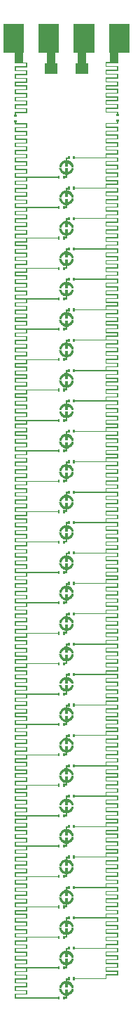
<source format=gbl>
G04*
G04 #@! TF.GenerationSoftware,Altium Limited,Altium Designer,25.3.3 (18)*
G04*
G04 Layer_Physical_Order=2*
G04 Layer_Color=16711680*
%FSLAX25Y25*%
%MOIN*%
G70*
G04*
G04 #@! TF.SameCoordinates,601A9F49-DEDD-47AA-BEC0-E602D5E64D20*
G04*
G04*
G04 #@! TF.FilePolarity,Positive*
G04*
G01*
G75*
%ADD11R,0.01417X0.00866*%
%ADD21C,0.03543*%
%ADD22R,0.00898X0.00799*%
%ADD23R,0.00866X0.01417*%
G36*
X218926Y621423D02*
X215005D01*
Y616539D01*
X215990D01*
Y611421D01*
X210084D01*
Y616539D01*
X211068D01*
Y621423D01*
X209084D01*
Y635203D01*
X218926D01*
Y621423D01*
D02*
G37*
G36*
X202123D02*
X200153D01*
Y616539D01*
X201138D01*
Y611421D01*
X195232D01*
Y616539D01*
X196216D01*
Y621423D01*
X192280D01*
Y635203D01*
X202123D01*
Y621423D01*
D02*
G37*
G36*
X235730D02*
X230135D01*
Y616613D01*
X224729D01*
Y615298D01*
X230135D01*
Y612983D01*
X224729D01*
Y611668D01*
X230135D01*
Y609353D01*
X224729D01*
Y608038D01*
X230135D01*
Y605723D01*
X224729D01*
Y604408D01*
X230135D01*
Y602203D01*
X224729D01*
Y600888D01*
X230135D01*
Y598573D01*
X224729D01*
Y597258D01*
X230135D01*
Y594943D01*
X224729D01*
Y593628D01*
X230135D01*
Y592525D01*
X230594D01*
Y591463D01*
X229176D01*
Y592525D01*
X229635D01*
Y593128D01*
X224230D01*
Y595443D01*
X229635D01*
Y596758D01*
X224230D01*
Y599073D01*
X229635D01*
Y600388D01*
X224230D01*
Y602703D01*
X229635D01*
Y603908D01*
X224230D01*
Y606223D01*
X229635D01*
Y607538D01*
X224230D01*
Y609853D01*
X229635D01*
Y611168D01*
X224230D01*
Y613483D01*
X229635D01*
Y614798D01*
X224230D01*
Y617113D01*
X226198D01*
Y621423D01*
X225887D01*
Y635203D01*
X235730D01*
Y621423D01*
D02*
G37*
G36*
X185320D02*
X185009D01*
Y616964D01*
X186962D01*
Y614649D01*
X181557D01*
Y613334D01*
X186962D01*
Y611019D01*
X181557D01*
Y609704D01*
X186962D01*
Y607389D01*
X181557D01*
Y606074D01*
X186962D01*
Y603759D01*
X181557D01*
Y602554D01*
X186962D01*
Y600239D01*
X181557D01*
Y598924D01*
X186962D01*
Y596609D01*
X181557D01*
Y595294D01*
X186962D01*
Y592979D01*
X181557D01*
Y592376D01*
X182016D01*
Y591313D01*
X180598D01*
Y592376D01*
X181057D01*
Y593479D01*
X186462D01*
Y594794D01*
X181057D01*
Y597109D01*
X186462D01*
Y598424D01*
X181057D01*
Y600739D01*
X186462D01*
Y602054D01*
X181057D01*
Y604259D01*
X186462D01*
Y605574D01*
X181057D01*
Y607889D01*
X186462D01*
Y609204D01*
X181057D01*
Y611519D01*
X186462D01*
Y612834D01*
X181057D01*
Y615149D01*
X186462D01*
Y616464D01*
X181057D01*
Y617642D01*
X181072D01*
Y621423D01*
X175477D01*
Y635203D01*
X185320D01*
Y621423D01*
D02*
G37*
G36*
X230594Y588785D02*
X230135D01*
Y587792D01*
X224729D01*
Y586478D01*
X230135D01*
Y584163D01*
X224729D01*
Y582847D01*
X230135D01*
Y580533D01*
X224729D01*
Y579217D01*
X230135D01*
Y576902D01*
X224729D01*
Y575588D01*
X230135D01*
Y573382D01*
X224729D01*
Y572067D01*
X230135D01*
Y569752D01*
X224729D01*
Y568437D01*
X230135D01*
Y566122D01*
X224729D01*
Y564807D01*
X230135D01*
Y562492D01*
X224729D01*
Y561177D01*
X230135D01*
Y558972D01*
X224729D01*
Y557657D01*
X230135D01*
Y555342D01*
X224729D01*
Y554027D01*
X230135D01*
Y551712D01*
X224729D01*
Y550397D01*
X230135D01*
Y548082D01*
X224729D01*
Y546767D01*
X230135D01*
Y544561D01*
X224729D01*
Y543246D01*
X230135D01*
Y540931D01*
X224729D01*
Y539616D01*
X230135D01*
Y537301D01*
X224729D01*
Y535986D01*
X230135D01*
Y533671D01*
X224729D01*
Y532356D01*
X230135D01*
Y530151D01*
X224729D01*
Y528836D01*
X230135D01*
Y526521D01*
X224729D01*
Y525206D01*
X230135D01*
Y522891D01*
X224729D01*
Y521576D01*
X230135D01*
Y519261D01*
X224729D01*
Y517946D01*
X230135D01*
Y515740D01*
X224729D01*
Y514425D01*
X230135D01*
Y512110D01*
X224729D01*
Y510795D01*
X230135D01*
Y508480D01*
X224729D01*
Y507165D01*
X230135D01*
Y504850D01*
X224729D01*
Y503535D01*
X230135D01*
Y501330D01*
X224729D01*
Y500015D01*
X230135D01*
Y497700D01*
X224729D01*
Y496385D01*
X230135D01*
Y494070D01*
X224729D01*
Y492755D01*
X230135D01*
Y490440D01*
X224729D01*
Y489125D01*
X230135D01*
Y486919D01*
X224729D01*
Y485604D01*
X230135D01*
Y483289D01*
X224729D01*
Y481974D01*
X230135D01*
Y479659D01*
X224729D01*
Y478344D01*
X230135D01*
Y476029D01*
X224729D01*
Y474714D01*
X230135D01*
Y472509D01*
X224729D01*
Y471194D01*
X230135D01*
Y468879D01*
X224729D01*
Y467564D01*
X230135D01*
Y465249D01*
X224729D01*
Y463934D01*
X230135D01*
Y461619D01*
X224729D01*
Y460304D01*
X230135D01*
Y458098D01*
X224729D01*
Y456783D01*
X230135D01*
Y454468D01*
X224729D01*
Y453153D01*
X230135D01*
Y450838D01*
X224729D01*
Y449523D01*
X230135D01*
Y447208D01*
X224729D01*
Y445893D01*
X230135D01*
Y443688D01*
X224729D01*
Y442373D01*
X230135D01*
Y440058D01*
X224729D01*
Y438743D01*
X230135D01*
Y436428D01*
X224729D01*
Y435113D01*
X230135D01*
Y432798D01*
X224729D01*
Y431483D01*
X230135D01*
Y429277D01*
X224729D01*
Y427962D01*
X230135D01*
Y425647D01*
X224729D01*
Y424332D01*
X230135D01*
Y422017D01*
X224729D01*
Y420702D01*
X230135D01*
Y418387D01*
X224729D01*
Y417072D01*
X230135D01*
Y414867D01*
X224729D01*
Y413552D01*
X230135D01*
Y411237D01*
X224729D01*
Y409922D01*
X230135D01*
Y407607D01*
X224729D01*
Y406292D01*
X230135D01*
Y403977D01*
X224729D01*
Y402662D01*
X230135D01*
Y400456D01*
X224729D01*
Y399142D01*
X230135D01*
Y396827D01*
X224729D01*
Y395512D01*
X230135D01*
Y393197D01*
X224729D01*
Y391881D01*
X230135D01*
Y389566D01*
X224729D01*
Y388251D01*
X230135D01*
Y386046D01*
X224729D01*
Y384731D01*
X230135D01*
Y382416D01*
X224729D01*
Y381101D01*
X230135D01*
Y378786D01*
X224729D01*
Y377471D01*
X230135D01*
Y375156D01*
X224729D01*
Y373841D01*
X230135D01*
Y371636D01*
X224729D01*
Y370321D01*
X230135D01*
Y368006D01*
X224729D01*
Y366691D01*
X230135D01*
Y364376D01*
X224729D01*
Y363061D01*
X230135D01*
Y360746D01*
X224729D01*
Y359431D01*
X230135D01*
Y357225D01*
X224729D01*
Y355910D01*
X230135D01*
Y353595D01*
X224729D01*
Y352280D01*
X230135D01*
Y349965D01*
X224729D01*
Y348650D01*
X230135D01*
Y346335D01*
X224729D01*
Y345020D01*
X230135D01*
Y342815D01*
X224729D01*
Y341500D01*
X230135D01*
Y339185D01*
X224729D01*
Y337870D01*
X230135D01*
Y335555D01*
X224729D01*
Y334240D01*
X230135D01*
Y331925D01*
X224729D01*
Y330610D01*
X230135D01*
Y328404D01*
X224729D01*
Y327089D01*
X230135D01*
Y324774D01*
X224729D01*
Y323459D01*
X230135D01*
Y321144D01*
X224729D01*
Y319829D01*
X230135D01*
Y317514D01*
X224729D01*
Y316199D01*
X230135D01*
Y313994D01*
X224729D01*
Y312679D01*
X230135D01*
Y310364D01*
X224729D01*
Y309049D01*
X230135D01*
Y306734D01*
X224729D01*
Y305419D01*
X230135D01*
Y303104D01*
X224729D01*
Y301789D01*
X230135D01*
Y299583D01*
X224729D01*
Y298268D01*
X230135D01*
Y295953D01*
X224729D01*
Y294638D01*
X230135D01*
Y292323D01*
X224729D01*
Y291008D01*
X230135D01*
Y288693D01*
X224729D01*
Y287378D01*
X230135D01*
Y285173D01*
X224729D01*
Y283858D01*
X230135D01*
Y281543D01*
X224729D01*
Y280228D01*
X230135D01*
Y277913D01*
X224729D01*
Y276598D01*
X230135D01*
Y274283D01*
X224729D01*
Y272968D01*
X230135D01*
Y270762D01*
X224729D01*
Y269447D01*
X230135D01*
Y267132D01*
X224729D01*
Y265817D01*
X230135D01*
Y263502D01*
X224729D01*
Y262187D01*
X230135D01*
Y259872D01*
X224729D01*
Y258557D01*
X230135D01*
Y256352D01*
X224729D01*
Y255037D01*
X230135D01*
Y252722D01*
X224729D01*
Y251407D01*
X230135D01*
Y249092D01*
X224729D01*
Y247777D01*
X230135D01*
Y245462D01*
X224729D01*
Y244147D01*
X230135D01*
Y241941D01*
X224729D01*
Y240627D01*
X230135D01*
Y238312D01*
X224729D01*
Y236997D01*
X230135D01*
Y234681D01*
X224729D01*
Y233366D01*
X230135D01*
Y231051D01*
X224729D01*
Y229736D01*
X230135D01*
Y227531D01*
X224729D01*
Y226216D01*
X230135D01*
Y223901D01*
X224729D01*
Y222586D01*
X230135D01*
Y220271D01*
X224729D01*
Y218956D01*
X230135D01*
Y216641D01*
X224729D01*
Y215326D01*
X230135D01*
Y213121D01*
X224729D01*
Y211806D01*
X230135D01*
Y209490D01*
X224729D01*
Y208175D01*
X230135D01*
Y205860D01*
X224729D01*
Y204545D01*
X230135D01*
Y202231D01*
X224729D01*
Y200916D01*
X230135D01*
Y198710D01*
X224729D01*
Y197395D01*
X230135D01*
Y195080D01*
X224729D01*
Y193765D01*
X230135D01*
Y191450D01*
X224729D01*
Y190135D01*
X230135D01*
Y187820D01*
X224729D01*
Y186505D01*
X230135D01*
Y184300D01*
X224729D01*
Y182485D01*
X209618D01*
Y182026D01*
X208752D01*
Y183443D01*
X209618D01*
Y182985D01*
X224230D01*
Y184800D01*
X229635D01*
Y186005D01*
X224230D01*
Y188320D01*
X229635D01*
Y189635D01*
X224230D01*
Y191950D01*
X229635D01*
Y193265D01*
X224230D01*
Y195580D01*
X229635D01*
Y196895D01*
X209618D01*
Y196436D01*
X208752D01*
Y197854D01*
X209618D01*
Y197395D01*
X224230D01*
Y199210D01*
X229635D01*
Y200415D01*
X224230D01*
Y202730D01*
X229635D01*
Y204046D01*
X224230D01*
Y206361D01*
X229635D01*
Y207676D01*
X224230D01*
Y209991D01*
X229635D01*
Y211305D01*
X209618D01*
Y210847D01*
X208752D01*
Y212264D01*
X209618D01*
Y211806D01*
X224230D01*
Y213620D01*
X229635D01*
Y214826D01*
X224230D01*
Y217141D01*
X229635D01*
Y218456D01*
X224230D01*
Y220771D01*
X229635D01*
Y222086D01*
X224230D01*
Y224401D01*
X229635D01*
Y225716D01*
X209618D01*
Y225257D01*
X208752D01*
Y226675D01*
X209618D01*
Y226216D01*
X224230D01*
Y228031D01*
X229635D01*
Y229237D01*
X224230D01*
Y231552D01*
X229635D01*
Y232866D01*
X224230D01*
Y235181D01*
X229635D01*
Y236496D01*
X224230D01*
Y238811D01*
X229635D01*
Y240126D01*
X209618D01*
Y239668D01*
X208752D01*
Y241085D01*
X209618D01*
Y240627D01*
X224230D01*
Y242441D01*
X229635D01*
Y243647D01*
X224230D01*
Y245962D01*
X229635D01*
Y247277D01*
X224230D01*
Y249592D01*
X229635D01*
Y250907D01*
X224230D01*
Y253222D01*
X229635D01*
Y254537D01*
X209618D01*
Y254078D01*
X208752D01*
Y255496D01*
X209618D01*
Y255037D01*
X224230D01*
Y256852D01*
X229635D01*
Y258057D01*
X224230D01*
Y260372D01*
X229635D01*
Y261687D01*
X224230D01*
Y264002D01*
X229635D01*
Y265317D01*
X224230D01*
Y267632D01*
X229635D01*
Y268947D01*
X209618D01*
Y268489D01*
X208752D01*
Y269906D01*
X209618D01*
Y269447D01*
X224230D01*
Y271262D01*
X229635D01*
Y272468D01*
X224230D01*
Y274783D01*
X229635D01*
Y276098D01*
X224230D01*
Y278413D01*
X229635D01*
Y279728D01*
X224230D01*
Y282043D01*
X229635D01*
Y283358D01*
X209618D01*
Y282899D01*
X208752D01*
Y284316D01*
X209618D01*
Y283858D01*
X224230D01*
Y285673D01*
X229635D01*
Y286878D01*
X224230D01*
Y289193D01*
X229635D01*
Y290508D01*
X224230D01*
Y292823D01*
X229635D01*
Y294138D01*
X224230D01*
Y296453D01*
X229635D01*
Y297768D01*
X209618D01*
Y297310D01*
X208752D01*
Y298727D01*
X209618D01*
Y298268D01*
X224230D01*
Y300083D01*
X229635D01*
Y301289D01*
X224230D01*
Y303604D01*
X229635D01*
Y304919D01*
X224230D01*
Y307234D01*
X229635D01*
Y308549D01*
X224230D01*
Y310864D01*
X229635D01*
Y312179D01*
X209618D01*
Y311720D01*
X208752D01*
Y313137D01*
X209618D01*
Y312679D01*
X224230D01*
Y314494D01*
X229635D01*
Y315699D01*
X224230D01*
Y318014D01*
X229635D01*
Y319329D01*
X224230D01*
Y321644D01*
X229635D01*
Y322959D01*
X224230D01*
Y325274D01*
X229635D01*
Y326589D01*
X209618D01*
Y326131D01*
X208752D01*
Y327548D01*
X209618D01*
Y327089D01*
X224230D01*
Y328904D01*
X229635D01*
Y330110D01*
X224230D01*
Y332425D01*
X229635D01*
Y333740D01*
X224230D01*
Y336055D01*
X229635D01*
Y337370D01*
X224230D01*
Y339685D01*
X229635D01*
Y341000D01*
X209618D01*
Y340541D01*
X208752D01*
Y341958D01*
X209618D01*
Y341500D01*
X224230D01*
Y343315D01*
X229635D01*
Y344520D01*
X224230D01*
Y346835D01*
X229635D01*
Y348150D01*
X224230D01*
Y350465D01*
X229635D01*
Y351780D01*
X224230D01*
Y354095D01*
X229635D01*
Y355410D01*
X209618D01*
Y354952D01*
X208752D01*
Y356369D01*
X209618D01*
Y355910D01*
X224230D01*
Y357725D01*
X229635D01*
Y358931D01*
X224230D01*
Y361246D01*
X229635D01*
Y362561D01*
X224230D01*
Y364876D01*
X229635D01*
Y366191D01*
X224230D01*
Y368506D01*
X229635D01*
Y369821D01*
X209618D01*
Y369362D01*
X208752D01*
Y370779D01*
X209618D01*
Y370321D01*
X224230D01*
Y372136D01*
X229635D01*
Y373341D01*
X224230D01*
Y375656D01*
X229635D01*
Y376971D01*
X224230D01*
Y379286D01*
X229635D01*
Y380601D01*
X224230D01*
Y382916D01*
X229635D01*
Y384231D01*
X209618D01*
Y383772D01*
X208752D01*
Y385190D01*
X209618D01*
Y384731D01*
X224230D01*
Y386546D01*
X229635D01*
Y387752D01*
X224230D01*
Y390067D01*
X229635D01*
Y391382D01*
X224230D01*
Y393696D01*
X229635D01*
Y395011D01*
X224230D01*
Y397326D01*
X229635D01*
Y398641D01*
X209618D01*
Y398183D01*
X208752D01*
Y399600D01*
X209618D01*
Y399142D01*
X224230D01*
Y400956D01*
X229635D01*
Y402162D01*
X224230D01*
Y404477D01*
X229635D01*
Y405792D01*
X224230D01*
Y408107D01*
X229635D01*
Y409422D01*
X224230D01*
Y411737D01*
X229635D01*
Y413052D01*
X209618D01*
Y412593D01*
X208752D01*
Y414011D01*
X209618D01*
Y413552D01*
X224230D01*
Y415367D01*
X229635D01*
Y416572D01*
X224230D01*
Y418887D01*
X229635D01*
Y420202D01*
X224230D01*
Y422517D01*
X229635D01*
Y423832D01*
X224230D01*
Y426147D01*
X229635D01*
Y427462D01*
X209618D01*
Y427004D01*
X208752D01*
Y428421D01*
X209618D01*
Y427962D01*
X224230D01*
Y429777D01*
X229635D01*
Y430983D01*
X224230D01*
Y433298D01*
X229635D01*
Y434613D01*
X224230D01*
Y436928D01*
X229635D01*
Y438243D01*
X224230D01*
Y440558D01*
X229635D01*
Y441873D01*
X209618D01*
Y441414D01*
X208752D01*
Y442832D01*
X209618D01*
Y442373D01*
X224230D01*
Y444188D01*
X229635D01*
Y445393D01*
X224230D01*
Y447708D01*
X229635D01*
Y449023D01*
X224230D01*
Y451338D01*
X229635D01*
Y452653D01*
X224230D01*
Y454968D01*
X229635D01*
Y456283D01*
X209618D01*
Y455825D01*
X208752D01*
Y457242D01*
X209618D01*
Y456783D01*
X224230D01*
Y458598D01*
X229635D01*
Y459804D01*
X224230D01*
Y462119D01*
X229635D01*
Y463434D01*
X224230D01*
Y465749D01*
X229635D01*
Y467064D01*
X224230D01*
Y469379D01*
X229635D01*
Y470694D01*
X209618D01*
Y470235D01*
X208752D01*
Y471653D01*
X209618D01*
Y471194D01*
X224230D01*
Y473009D01*
X229635D01*
Y474214D01*
X224230D01*
Y476529D01*
X229635D01*
Y477844D01*
X224230D01*
Y480159D01*
X229635D01*
Y481474D01*
X224230D01*
Y483789D01*
X229635D01*
Y485104D01*
X209618D01*
Y484646D01*
X208752D01*
Y486063D01*
X209618D01*
Y485604D01*
X224230D01*
Y487419D01*
X229635D01*
Y488625D01*
X224230D01*
Y490940D01*
X229635D01*
Y492255D01*
X224230D01*
Y494570D01*
X229635D01*
Y495885D01*
X224230D01*
Y498200D01*
X229635D01*
Y499515D01*
X209618D01*
Y499056D01*
X208752D01*
Y500473D01*
X209618D01*
Y500015D01*
X224230D01*
Y501830D01*
X229635D01*
Y503035D01*
X224230D01*
Y505350D01*
X229635D01*
Y506665D01*
X224230D01*
Y508980D01*
X229635D01*
Y510295D01*
X224230D01*
Y512610D01*
X229635D01*
Y513925D01*
X209618D01*
Y513467D01*
X208752D01*
Y514884D01*
X209618D01*
Y514425D01*
X224230D01*
Y516240D01*
X229635D01*
Y517446D01*
X224230D01*
Y519761D01*
X229635D01*
Y521076D01*
X224230D01*
Y523391D01*
X229635D01*
Y524706D01*
X224230D01*
Y527021D01*
X229635D01*
Y528336D01*
X209618D01*
Y527877D01*
X208752D01*
Y529294D01*
X209618D01*
Y528836D01*
X224230D01*
Y530651D01*
X229635D01*
Y531856D01*
X224230D01*
Y534171D01*
X229635D01*
Y535486D01*
X224230D01*
Y537801D01*
X229635D01*
Y539116D01*
X224230D01*
Y541431D01*
X229635D01*
Y542746D01*
X209618D01*
Y542287D01*
X208752D01*
Y543705D01*
X209618D01*
Y543246D01*
X224230D01*
Y545061D01*
X229635D01*
Y546267D01*
X224230D01*
Y548582D01*
X229635D01*
Y549897D01*
X224230D01*
Y552212D01*
X229635D01*
Y553527D01*
X224230D01*
Y555842D01*
X229635D01*
Y557157D01*
X209618D01*
Y556698D01*
X208752D01*
Y558115D01*
X209618D01*
Y557657D01*
X224230D01*
Y559472D01*
X229635D01*
Y560677D01*
X224230D01*
Y562992D01*
X229635D01*
Y564307D01*
X224230D01*
Y566622D01*
X229635D01*
Y567937D01*
X224230D01*
Y570252D01*
X229635D01*
Y571567D01*
X209618D01*
Y571108D01*
X208752D01*
Y572526D01*
X209618D01*
Y572067D01*
X224230D01*
Y573882D01*
X229635D01*
Y575087D01*
X224230D01*
Y577402D01*
X229635D01*
Y578718D01*
X224230D01*
Y581033D01*
X229635D01*
Y582347D01*
X224230D01*
Y584662D01*
X229635D01*
Y585978D01*
X224230D01*
Y588293D01*
X229635D01*
Y588785D01*
X229176D01*
Y589848D01*
X230594D01*
Y588785D01*
D02*
G37*
G36*
X207138Y571108D02*
X206272D01*
Y571567D01*
X205854D01*
Y570673D01*
X206167Y570650D01*
X206775Y570494D01*
X207345Y570230D01*
X207859Y569869D01*
X208300Y569422D01*
X208654Y568903D01*
X208909Y568329D01*
X209056Y567719D01*
X209074Y567405D01*
X207872Y567405D01*
X207872D01*
X207815Y567746D01*
X207552Y568383D01*
X207109Y568913D01*
X206529Y569285D01*
X206204Y569401D01*
Y567654D01*
X205003D01*
Y569401D01*
X204678Y569285D01*
X204098Y568913D01*
X203655Y568383D01*
X203392Y567746D01*
X203335Y567405D01*
X202132D01*
X202132Y567405D01*
X202151Y567719D01*
X202298Y568329D01*
X202553Y568903D01*
X202907Y569422D01*
X203348Y569869D01*
X203862Y570230D01*
X204432Y570494D01*
X205040Y570650D01*
X205353Y570673D01*
X205353Y572067D01*
X206272D01*
Y572526D01*
X207138D01*
Y571108D01*
D02*
G37*
G36*
X209056Y566691D02*
X208909Y566081D01*
X208654Y565507D01*
X208300Y564988D01*
X207859Y564541D01*
X207345Y564180D01*
X206775Y563916D01*
X206167Y563760D01*
X205854Y563737D01*
Y562343D01*
X204935D01*
Y561884D01*
X204069D01*
Y563302D01*
X204935D01*
Y562843D01*
X205353D01*
Y563737D01*
X205353Y563737D01*
X205040Y563760D01*
X204432Y563916D01*
X203862Y564180D01*
X203348Y564541D01*
X202907Y564988D01*
X202553Y565507D01*
X202298Y566081D01*
X202151Y566691D01*
X202132Y567005D01*
X203335D01*
Y567005D01*
X203392Y566664D01*
X203655Y566026D01*
X204098Y565497D01*
X204678Y565125D01*
X205003Y565009D01*
Y566756D01*
X206204D01*
Y565009D01*
X206204Y565009D01*
X206204D01*
X206204D01*
D01*
X206529Y565125D01*
X207109Y565497D01*
X207552Y566026D01*
X207815Y566664D01*
X207872Y567005D01*
X209074Y567005D01*
X209056Y566691D01*
D02*
G37*
G36*
X182016Y588636D02*
X181557D01*
Y588143D01*
X186962D01*
Y585828D01*
X181557D01*
Y584513D01*
X186962D01*
Y582198D01*
X181557D01*
Y580883D01*
X186962D01*
Y578568D01*
X181557D01*
Y577253D01*
X186962D01*
Y574938D01*
X181557D01*
Y573733D01*
X186962D01*
Y571418D01*
X181557D01*
Y570103D01*
X186962D01*
Y567788D01*
X181557D01*
Y566473D01*
X186962D01*
Y564158D01*
X181557D01*
Y562843D01*
X201589D01*
Y563302D01*
X202455D01*
Y561884D01*
X201589D01*
Y562343D01*
X186962D01*
Y560528D01*
X181557D01*
Y559323D01*
X186962D01*
Y557007D01*
X181557D01*
Y555692D01*
X186962D01*
Y553377D01*
X181557D01*
Y552062D01*
X186962D01*
Y549748D01*
X181557D01*
Y548432D01*
X201589D01*
Y548891D01*
X202455D01*
Y547474D01*
X201589D01*
Y547932D01*
X186962D01*
Y546117D01*
X181557D01*
Y544912D01*
X186962D01*
Y542597D01*
X181557D01*
Y541282D01*
X186962D01*
Y538967D01*
X181557D01*
Y537652D01*
X186962D01*
Y535337D01*
X181557D01*
Y534022D01*
X201589D01*
Y534481D01*
X202455D01*
Y533063D01*
X201589D01*
Y533522D01*
X186962D01*
Y531707D01*
X181557D01*
Y530502D01*
X186962D01*
Y528187D01*
X181557D01*
Y526871D01*
X186962D01*
Y524556D01*
X181557D01*
Y523242D01*
X186962D01*
Y520927D01*
X181557D01*
Y519612D01*
X201589D01*
Y520070D01*
X202455D01*
Y518653D01*
X201589D01*
Y519111D01*
X186962D01*
Y517297D01*
X181557D01*
Y516091D01*
X186962D01*
Y513776D01*
X181557D01*
Y512461D01*
X186962D01*
Y510146D01*
X181557D01*
Y508831D01*
X186962D01*
Y506516D01*
X181557D01*
Y505201D01*
X201589D01*
Y505660D01*
X202455D01*
Y504242D01*
X201589D01*
Y504701D01*
X186962D01*
Y502886D01*
X181557D01*
Y501681D01*
X186962D01*
Y499366D01*
X181557D01*
Y498051D01*
X186962D01*
Y495736D01*
X181557D01*
Y494421D01*
X186962D01*
Y492106D01*
X181557D01*
Y490791D01*
X201589D01*
Y491249D01*
X202455D01*
Y489832D01*
X201589D01*
Y490291D01*
X186962D01*
Y488476D01*
X181557D01*
Y487270D01*
X186962D01*
Y484955D01*
X181557D01*
Y483640D01*
X186962D01*
Y481325D01*
X181557D01*
Y480010D01*
X186962D01*
Y477695D01*
X181557D01*
Y476380D01*
X201589D01*
Y476839D01*
X202455D01*
Y475421D01*
X201589D01*
Y475880D01*
X186962D01*
Y474065D01*
X181557D01*
Y472860D01*
X186962D01*
Y470545D01*
X181557D01*
Y469230D01*
X186962D01*
Y466915D01*
X181557D01*
Y465600D01*
X186962D01*
Y463285D01*
X181557D01*
Y461970D01*
X201589D01*
Y462428D01*
X202455D01*
Y461011D01*
X201589D01*
Y461470D01*
X186962D01*
Y459655D01*
X181557D01*
Y458449D01*
X186962D01*
Y456134D01*
X181557D01*
Y454819D01*
X186962D01*
Y452504D01*
X181557D01*
Y451189D01*
X186962D01*
Y448874D01*
X181557D01*
Y447559D01*
X201589D01*
Y448018D01*
X202455D01*
Y446601D01*
X201589D01*
Y447059D01*
X186962D01*
Y445244D01*
X181557D01*
Y444039D01*
X186962D01*
Y441724D01*
X181557D01*
Y440409D01*
X186962D01*
Y438094D01*
X181557D01*
Y436779D01*
X186962D01*
Y434464D01*
X181557D01*
Y433149D01*
X201589D01*
Y433607D01*
X202455D01*
Y432190D01*
X201589D01*
Y432649D01*
X186962D01*
Y430834D01*
X181557D01*
Y429628D01*
X186962D01*
Y427313D01*
X181557D01*
Y425998D01*
X186962D01*
Y423683D01*
X181557D01*
Y422368D01*
X186962D01*
Y420053D01*
X181557D01*
Y418738D01*
X201589D01*
Y419197D01*
X202455D01*
Y417780D01*
X201589D01*
Y418238D01*
X186962D01*
Y416423D01*
X181557D01*
Y415218D01*
X186962D01*
Y412903D01*
X181557D01*
Y411588D01*
X186962D01*
Y409273D01*
X181557D01*
Y407958D01*
X186962D01*
Y405643D01*
X181557D01*
Y404328D01*
X201589D01*
Y404786D01*
X202455D01*
Y403369D01*
X201589D01*
Y403828D01*
X186962D01*
Y402013D01*
X181557D01*
Y400807D01*
X186962D01*
Y398492D01*
X181557D01*
Y397177D01*
X186962D01*
Y394862D01*
X181557D01*
Y393547D01*
X186962D01*
Y391232D01*
X181557D01*
Y389917D01*
X201589D01*
Y390376D01*
X202455D01*
Y388959D01*
X201589D01*
Y389417D01*
X186962D01*
Y387602D01*
X181557D01*
Y386397D01*
X186962D01*
Y384082D01*
X181557D01*
Y382767D01*
X186962D01*
Y380452D01*
X181557D01*
Y379137D01*
X186962D01*
Y376822D01*
X181557D01*
Y375507D01*
X201589D01*
Y375966D01*
X202455D01*
Y374548D01*
X201589D01*
Y375007D01*
X186962D01*
Y373192D01*
X181557D01*
Y371987D01*
X186962D01*
Y369672D01*
X181557D01*
Y368356D01*
X186962D01*
Y366041D01*
X181557D01*
Y364726D01*
X186962D01*
Y362411D01*
X181557D01*
Y361097D01*
X201589D01*
Y361555D01*
X202455D01*
Y360138D01*
X201589D01*
Y360596D01*
X186962D01*
Y358782D01*
X181557D01*
Y357576D01*
X186962D01*
Y355261D01*
X181557D01*
Y353946D01*
X186962D01*
Y351631D01*
X181557D01*
Y350316D01*
X186962D01*
Y348001D01*
X181557D01*
Y346686D01*
X201589D01*
Y347145D01*
X202455D01*
Y345727D01*
X201589D01*
Y346186D01*
X186962D01*
Y344371D01*
X181557D01*
Y343165D01*
X186962D01*
Y340851D01*
X181557D01*
Y339536D01*
X186962D01*
Y337221D01*
X181557D01*
Y335906D01*
X186962D01*
Y333591D01*
X181557D01*
Y332276D01*
X201589D01*
Y332734D01*
X202455D01*
Y331317D01*
X201589D01*
Y331776D01*
X186962D01*
Y329961D01*
X181557D01*
Y328755D01*
X186962D01*
Y326440D01*
X181557D01*
Y325125D01*
X186962D01*
Y322810D01*
X181557D01*
Y321495D01*
X186962D01*
Y319180D01*
X181557D01*
Y317865D01*
X201589D01*
Y318324D01*
X202455D01*
Y316906D01*
X201589D01*
Y317365D01*
X186962D01*
Y315550D01*
X181557D01*
Y314345D01*
X186962D01*
Y312030D01*
X181557D01*
Y310715D01*
X186962D01*
Y308400D01*
X181557D01*
Y307085D01*
X186962D01*
Y304770D01*
X181557D01*
Y303455D01*
X201589D01*
Y303913D01*
X202455D01*
Y302496D01*
X201589D01*
Y302955D01*
X186962D01*
Y301140D01*
X181557D01*
Y299934D01*
X186962D01*
Y297619D01*
X181557D01*
Y296304D01*
X186962D01*
Y293989D01*
X181557D01*
Y292674D01*
X186962D01*
Y290359D01*
X181557D01*
Y289044D01*
X201589D01*
Y289503D01*
X202455D01*
Y288086D01*
X201589D01*
Y288544D01*
X186962D01*
Y286729D01*
X181557D01*
Y285524D01*
X186962D01*
Y283209D01*
X181557D01*
Y281894D01*
X186962D01*
Y279579D01*
X181557D01*
Y278264D01*
X186962D01*
Y275949D01*
X181557D01*
Y274634D01*
X201589D01*
Y275092D01*
X202455D01*
Y273675D01*
X201589D01*
Y274134D01*
X186962D01*
Y272319D01*
X181557D01*
Y271113D01*
X186962D01*
Y268798D01*
X181557D01*
Y267483D01*
X186962D01*
Y265168D01*
X181557D01*
Y263853D01*
X186962D01*
Y261538D01*
X181557D01*
Y260223D01*
X201589D01*
Y260682D01*
X202455D01*
Y259265D01*
X201589D01*
Y259723D01*
X186962D01*
Y257908D01*
X181557D01*
Y256703D01*
X186962D01*
Y254388D01*
X181557D01*
Y253073D01*
X186962D01*
Y250758D01*
X181557D01*
Y249443D01*
X186962D01*
Y247128D01*
X181557D01*
Y245813D01*
X201589D01*
Y246271D01*
X202455D01*
Y244854D01*
X201589D01*
Y245313D01*
X186962D01*
Y243498D01*
X181557D01*
Y242292D01*
X186962D01*
Y239977D01*
X181557D01*
Y238662D01*
X186962D01*
Y236347D01*
X181557D01*
Y235032D01*
X186962D01*
Y232717D01*
X181557D01*
Y231402D01*
X201589D01*
Y231861D01*
X202455D01*
Y230444D01*
X201589D01*
Y230902D01*
X186962D01*
Y229087D01*
X181557D01*
Y227882D01*
X186962D01*
Y225567D01*
X181557D01*
Y224252D01*
X186962D01*
Y221937D01*
X181557D01*
Y220622D01*
X186962D01*
Y218307D01*
X181557D01*
Y216992D01*
X201589D01*
Y217450D01*
X202455D01*
Y216033D01*
X201589D01*
Y216492D01*
X186962D01*
Y214677D01*
X181557D01*
Y213471D01*
X186962D01*
Y211156D01*
X181557D01*
Y209841D01*
X186962D01*
Y207526D01*
X181557D01*
Y206211D01*
X186962D01*
Y203896D01*
X181557D01*
Y202581D01*
X201589D01*
Y203040D01*
X202455D01*
Y201623D01*
X201589D01*
Y202081D01*
X186962D01*
Y200266D01*
X181557D01*
Y199061D01*
X186962D01*
Y196746D01*
X181557D01*
Y195431D01*
X186962D01*
Y193116D01*
X181557D01*
Y191801D01*
X186962D01*
Y189486D01*
X181557D01*
Y188171D01*
X201589D01*
Y188630D01*
X202455D01*
Y187212D01*
X201589D01*
Y187671D01*
X186962D01*
Y185856D01*
X181557D01*
Y184651D01*
X186962D01*
Y182335D01*
X181557D01*
Y181020D01*
X186962D01*
Y178706D01*
X181557D01*
Y177391D01*
X186962D01*
Y175075D01*
X181557D01*
Y173760D01*
X201589D01*
Y174219D01*
X202455D01*
Y172802D01*
X201589D01*
Y173260D01*
X181057D01*
Y175575D01*
X186462D01*
Y176891D01*
X181057D01*
Y179206D01*
X186462D01*
Y180520D01*
X181057D01*
Y182835D01*
X186462D01*
Y184151D01*
X181057D01*
Y186356D01*
X186462D01*
Y187671D01*
X181057D01*
Y189986D01*
X186462D01*
Y191301D01*
X181057D01*
Y193616D01*
X186462D01*
Y194931D01*
X181057D01*
Y197246D01*
X186462D01*
Y198561D01*
X181057D01*
Y200766D01*
X186462D01*
Y202081D01*
X181057D01*
Y204396D01*
X186462D01*
Y205711D01*
X181057D01*
Y208026D01*
X186462D01*
Y209341D01*
X181057D01*
Y211656D01*
X186462D01*
Y212971D01*
X181057D01*
Y215177D01*
X186462D01*
Y216492D01*
X181057D01*
Y218807D01*
X186462D01*
Y220122D01*
X181057D01*
Y222437D01*
X186462D01*
Y223752D01*
X181057D01*
Y226067D01*
X186462D01*
Y227382D01*
X181057D01*
Y229587D01*
X186462D01*
Y230902D01*
X181057D01*
Y233217D01*
X186462D01*
Y234532D01*
X181057D01*
Y236847D01*
X186462D01*
Y238162D01*
X181057D01*
Y240477D01*
X186462D01*
Y241792D01*
X181057D01*
Y243998D01*
X186462D01*
Y245313D01*
X181057D01*
Y247628D01*
X186462D01*
Y248943D01*
X181057D01*
Y251258D01*
X186462D01*
Y252573D01*
X181057D01*
Y254888D01*
X186462D01*
Y256203D01*
X181057D01*
Y258408D01*
X186462D01*
Y259723D01*
X181057D01*
Y262038D01*
X186462D01*
Y263353D01*
X181057D01*
Y265668D01*
X186462D01*
Y266983D01*
X181057D01*
Y269298D01*
X186462D01*
Y270613D01*
X181057D01*
Y272819D01*
X186462D01*
Y274134D01*
X181057D01*
Y276449D01*
X186462D01*
Y277764D01*
X181057D01*
Y280079D01*
X186462D01*
Y281394D01*
X181057D01*
Y283709D01*
X186462D01*
Y285024D01*
X181057D01*
Y287229D01*
X186462D01*
Y288544D01*
X181057D01*
Y290859D01*
X186462D01*
Y292174D01*
X181057D01*
Y294489D01*
X186462D01*
Y295804D01*
X181057D01*
Y298119D01*
X186462D01*
Y299434D01*
X181057D01*
Y301640D01*
X186462D01*
Y302955D01*
X181057D01*
Y305270D01*
X186462D01*
Y306585D01*
X181057D01*
Y308900D01*
X186462D01*
Y310215D01*
X181057D01*
Y312530D01*
X186462D01*
Y313845D01*
X181057D01*
Y316050D01*
X186462D01*
Y317365D01*
X181057D01*
Y319680D01*
X186462D01*
Y320995D01*
X181057D01*
Y323310D01*
X186462D01*
Y324625D01*
X181057D01*
Y326940D01*
X186462D01*
Y328255D01*
X181057D01*
Y330461D01*
X186462D01*
Y331776D01*
X181057D01*
Y334090D01*
X186462D01*
Y335405D01*
X181057D01*
Y337721D01*
X186462D01*
Y339036D01*
X181057D01*
Y341351D01*
X186462D01*
Y342666D01*
X181057D01*
Y344871D01*
X186462D01*
Y346186D01*
X181057D01*
Y348501D01*
X186462D01*
Y349816D01*
X181057D01*
Y352131D01*
X186462D01*
Y353446D01*
X181057D01*
Y355761D01*
X186462D01*
Y357076D01*
X181057D01*
Y359281D01*
X186462D01*
Y360596D01*
X181057D01*
Y362912D01*
X186462D01*
Y364227D01*
X181057D01*
Y366542D01*
X186462D01*
Y367857D01*
X181057D01*
Y370171D01*
X186462D01*
Y371486D01*
X181057D01*
Y373692D01*
X186462D01*
Y375007D01*
X181057D01*
Y377322D01*
X186462D01*
Y378637D01*
X181057D01*
Y380952D01*
X186462D01*
Y382267D01*
X181057D01*
Y384582D01*
X186462D01*
Y385897D01*
X181057D01*
Y388102D01*
X186462D01*
Y389417D01*
X181057D01*
Y391732D01*
X186462D01*
Y393047D01*
X181057D01*
Y395362D01*
X186462D01*
Y396677D01*
X181057D01*
Y398992D01*
X186462D01*
Y400307D01*
X181057D01*
Y402513D01*
X186462D01*
Y403828D01*
X181057D01*
Y406143D01*
X186462D01*
Y407458D01*
X181057D01*
Y409773D01*
X186462D01*
Y411088D01*
X181057D01*
Y413403D01*
X186462D01*
Y414718D01*
X181057D01*
Y416923D01*
X186462D01*
Y418238D01*
X181057D01*
Y420553D01*
X186462D01*
Y421868D01*
X181057D01*
Y424183D01*
X186462D01*
Y425498D01*
X181057D01*
Y427813D01*
X186462D01*
Y429128D01*
X181057D01*
Y431334D01*
X186462D01*
Y432649D01*
X181057D01*
Y434964D01*
X186462D01*
Y436279D01*
X181057D01*
Y438594D01*
X186462D01*
Y439909D01*
X181057D01*
Y442224D01*
X186462D01*
Y443539D01*
X181057D01*
Y445744D01*
X186462D01*
Y447059D01*
X181057D01*
Y449374D01*
X186462D01*
Y450689D01*
X181057D01*
Y453004D01*
X186462D01*
Y454319D01*
X181057D01*
Y456634D01*
X186462D01*
Y457949D01*
X181057D01*
Y460155D01*
X186462D01*
Y461470D01*
X181057D01*
Y463785D01*
X186462D01*
Y465100D01*
X181057D01*
Y467415D01*
X186462D01*
Y468730D01*
X181057D01*
Y471045D01*
X186462D01*
Y472360D01*
X181057D01*
Y474565D01*
X186462D01*
Y475880D01*
X181057D01*
Y478195D01*
X186462D01*
Y479510D01*
X181057D01*
Y481825D01*
X186462D01*
Y483140D01*
X181057D01*
Y485455D01*
X186462D01*
Y486770D01*
X181057D01*
Y488976D01*
X186462D01*
Y490291D01*
X181057D01*
Y492606D01*
X186462D01*
Y493921D01*
X181057D01*
Y496236D01*
X186462D01*
Y497551D01*
X181057D01*
Y499866D01*
X186462D01*
Y501181D01*
X181057D01*
Y503386D01*
X186462D01*
Y504701D01*
X181057D01*
Y507016D01*
X186462D01*
Y508331D01*
X181057D01*
Y510646D01*
X186462D01*
Y511961D01*
X181057D01*
Y514276D01*
X186462D01*
Y515591D01*
X181057D01*
Y517797D01*
X186462D01*
Y519111D01*
X181057D01*
Y521426D01*
X186462D01*
Y522742D01*
X181057D01*
Y525057D01*
X186462D01*
Y526371D01*
X181057D01*
Y528687D01*
X186462D01*
Y530001D01*
X181057D01*
Y532207D01*
X186462D01*
Y533522D01*
X181057D01*
Y535837D01*
X186462D01*
Y537152D01*
X181057D01*
Y539467D01*
X186462D01*
Y540782D01*
X181057D01*
Y543097D01*
X186462D01*
Y544412D01*
X181057D01*
Y546618D01*
X186462D01*
Y547932D01*
X181057D01*
Y550247D01*
X186462D01*
Y551562D01*
X181057D01*
Y553877D01*
X186462D01*
Y555193D01*
X181057D01*
Y557507D01*
X186462D01*
Y558822D01*
X181057D01*
Y561028D01*
X186462D01*
Y562343D01*
X181057D01*
Y564658D01*
X186462D01*
Y565973D01*
X181057D01*
Y568288D01*
X186462D01*
Y569603D01*
X181057D01*
Y571918D01*
X186462D01*
Y573233D01*
X181057D01*
Y575438D01*
X186462D01*
Y576753D01*
X181057D01*
Y579068D01*
X186462D01*
Y580383D01*
X181057D01*
Y582698D01*
X186462D01*
Y584013D01*
X181057D01*
Y586328D01*
X186462D01*
Y587643D01*
X181057D01*
Y588636D01*
X180598D01*
Y589699D01*
X182016D01*
Y588636D01*
D02*
G37*
G36*
X207138Y556698D02*
X206272D01*
Y557157D01*
X205854D01*
Y556262D01*
X206167Y556240D01*
X206775Y556083D01*
X207345Y555820D01*
X207859Y555459D01*
X208300Y555012D01*
X208654Y554493D01*
X208909Y553918D01*
X209056Y553308D01*
X209074Y552994D01*
X207872Y552994D01*
X207872D01*
X207815Y553336D01*
X207552Y553973D01*
X207109Y554502D01*
X206529Y554875D01*
X206204Y554991D01*
Y553243D01*
X205003D01*
Y554991D01*
X204678Y554875D01*
X204098Y554502D01*
X203655Y553973D01*
X203392Y553336D01*
X203335Y552994D01*
X202132D01*
X202132Y552994D01*
X202151Y553308D01*
X202298Y553918D01*
X202553Y554493D01*
X202907Y555012D01*
X203348Y555459D01*
X203862Y555820D01*
X204432Y556083D01*
X205040Y556240D01*
X205353Y556262D01*
X205353Y557657D01*
X206272D01*
Y558115D01*
X207138D01*
Y556698D01*
D02*
G37*
G36*
X209056Y552281D02*
X208909Y551671D01*
X208654Y551096D01*
X208300Y550577D01*
X207859Y550130D01*
X207345Y549769D01*
X206775Y549506D01*
X206167Y549349D01*
X205854Y549327D01*
Y547932D01*
X204935D01*
Y547474D01*
X204069D01*
Y548891D01*
X204935D01*
Y548432D01*
X205353D01*
Y549327D01*
X205353Y549327D01*
X205040Y549349D01*
X204432Y549506D01*
X203862Y549769D01*
X203348Y550130D01*
X202907Y550577D01*
X202553Y551096D01*
X202298Y551671D01*
X202151Y552281D01*
X202132Y552595D01*
X203335D01*
Y552595D01*
X203392Y552253D01*
X203655Y551616D01*
X204098Y551087D01*
X204678Y550714D01*
X205003Y550598D01*
Y552346D01*
X206204D01*
Y550598D01*
X206204Y550598D01*
X206204D01*
X206204D01*
D01*
X206529Y550714D01*
X207109Y551087D01*
X207552Y551616D01*
X207815Y552253D01*
X207872Y552595D01*
X209074Y552595D01*
X209056Y552281D01*
D02*
G37*
G36*
X207138Y542287D02*
X206272D01*
Y542746D01*
X205854D01*
Y541852D01*
X206167Y541829D01*
X206775Y541673D01*
X207345Y541409D01*
X207859Y541048D01*
X208300Y540601D01*
X208654Y540082D01*
X208909Y539508D01*
X209056Y538898D01*
X209074Y538584D01*
X207872Y538584D01*
X207872D01*
X207815Y538925D01*
X207552Y539563D01*
X207109Y540092D01*
X206529Y540464D01*
X206204Y540580D01*
Y538833D01*
X205003D01*
Y540580D01*
X204678Y540464D01*
X204098Y540092D01*
X203655Y539563D01*
X203392Y538925D01*
X203335Y538584D01*
X202132D01*
X202132Y538584D01*
X202151Y538898D01*
X202298Y539508D01*
X202553Y540082D01*
X202907Y540601D01*
X203348Y541048D01*
X203862Y541409D01*
X204432Y541673D01*
X205040Y541829D01*
X205353Y541852D01*
X205353Y543246D01*
X206272D01*
Y543705D01*
X207138D01*
Y542287D01*
D02*
G37*
G36*
X209056Y537871D02*
X208909Y537260D01*
X208654Y536686D01*
X208300Y536167D01*
X207859Y535720D01*
X207345Y535359D01*
X206775Y535096D01*
X206167Y534939D01*
X205854Y534916D01*
Y533522D01*
X204935D01*
Y533063D01*
X204069D01*
Y534481D01*
X204935D01*
Y534022D01*
X205353D01*
Y534916D01*
X205353Y534916D01*
X205040Y534939D01*
X204432Y535096D01*
X203862Y535359D01*
X203348Y535720D01*
X202907Y536167D01*
X202553Y536686D01*
X202298Y537260D01*
X202151Y537871D01*
X202132Y538184D01*
X203335D01*
Y538184D01*
X203392Y537843D01*
X203655Y537206D01*
X204098Y536676D01*
X204678Y536304D01*
X205003Y536188D01*
Y537935D01*
X206204D01*
Y536188D01*
X206204Y536188D01*
X206204D01*
X206204D01*
D01*
X206529Y536304D01*
X207109Y536676D01*
X207552Y537206D01*
X207815Y537843D01*
X207872Y538184D01*
X209074Y538184D01*
X209056Y537871D01*
D02*
G37*
G36*
X207138Y527877D02*
X206272D01*
Y528336D01*
X205854D01*
Y527441D01*
X206167Y527419D01*
X206775Y527262D01*
X207345Y526999D01*
X207859Y526638D01*
X208300Y526191D01*
X208654Y525672D01*
X208909Y525098D01*
X209056Y524487D01*
X209074Y524174D01*
X207872Y524174D01*
X207872D01*
X207815Y524515D01*
X207552Y525152D01*
X207109Y525681D01*
X206529Y526054D01*
X206204Y526170D01*
Y524422D01*
X205003D01*
Y526170D01*
X204678Y526054D01*
X204098Y525681D01*
X203655Y525152D01*
X203392Y524515D01*
X203335Y524174D01*
X202132D01*
X202132Y524174D01*
X202151Y524487D01*
X202298Y525098D01*
X202553Y525672D01*
X202907Y526191D01*
X203348Y526638D01*
X203862Y526999D01*
X204432Y527262D01*
X205040Y527419D01*
X205353Y527441D01*
X205353Y528836D01*
X206272D01*
Y529294D01*
X207138D01*
Y527877D01*
D02*
G37*
G36*
X209056Y523460D02*
X208909Y522850D01*
X208654Y522276D01*
X208300Y521757D01*
X207859Y521309D01*
X207345Y520948D01*
X206775Y520685D01*
X206167Y520528D01*
X205854Y520506D01*
Y519111D01*
X204935D01*
Y518653D01*
X204069D01*
Y520070D01*
X204935D01*
Y519612D01*
X205353D01*
Y520506D01*
X205353Y520506D01*
X205040Y520528D01*
X204432Y520685D01*
X203862Y520948D01*
X203348Y521309D01*
X202907Y521757D01*
X202553Y522276D01*
X202298Y522850D01*
X202151Y523460D01*
X202132Y523774D01*
X203335D01*
Y523774D01*
X203392Y523432D01*
X203655Y522795D01*
X204098Y522266D01*
X204678Y521893D01*
X205003Y521777D01*
Y523525D01*
X206204D01*
Y521777D01*
X206204Y521777D01*
X206204D01*
X206204D01*
D01*
X206529Y521893D01*
X207109Y522266D01*
X207552Y522795D01*
X207815Y523432D01*
X207872Y523774D01*
X209074Y523774D01*
X209056Y523460D01*
D02*
G37*
G36*
X207138Y513467D02*
X206272D01*
Y513925D01*
X205854D01*
Y513031D01*
X206167Y513008D01*
X206775Y512852D01*
X207345Y512589D01*
X207859Y512227D01*
X208300Y511780D01*
X208654Y511261D01*
X208909Y510687D01*
X209056Y510077D01*
X209074Y509763D01*
X207872Y509763D01*
X207872D01*
X207815Y510104D01*
X207552Y510742D01*
X207109Y511271D01*
X206529Y511643D01*
X206204Y511760D01*
Y510012D01*
X205003D01*
Y511760D01*
X204678Y511643D01*
X204098Y511271D01*
X203655Y510742D01*
X203392Y510104D01*
X203335Y509763D01*
X202132D01*
X202132Y509763D01*
X202151Y510077D01*
X202298Y510687D01*
X202553Y511261D01*
X202907Y511780D01*
X203348Y512227D01*
X203862Y512589D01*
X204432Y512852D01*
X205040Y513008D01*
X205353Y513031D01*
X205353Y514425D01*
X206272D01*
Y514884D01*
X207138D01*
Y513467D01*
D02*
G37*
G36*
X209056Y509050D02*
X208909Y508439D01*
X208654Y507865D01*
X208300Y507346D01*
X207859Y506899D01*
X207345Y506538D01*
X206775Y506275D01*
X206167Y506118D01*
X205854Y506095D01*
Y504701D01*
X204935D01*
Y504242D01*
X204069D01*
Y505660D01*
X204935D01*
Y505201D01*
X205353D01*
Y506095D01*
X205353Y506095D01*
X205040Y506118D01*
X204432Y506275D01*
X203862Y506538D01*
X203348Y506899D01*
X202907Y507346D01*
X202553Y507865D01*
X202298Y508439D01*
X202151Y509050D01*
X202132Y509363D01*
X203335D01*
Y509363D01*
X203392Y509022D01*
X203655Y508385D01*
X204098Y507856D01*
X204678Y507483D01*
X205003Y507367D01*
Y509114D01*
X206204D01*
Y507367D01*
X206204Y507367D01*
X206204D01*
X206204D01*
D01*
X206529Y507483D01*
X207109Y507856D01*
X207552Y508385D01*
X207815Y509022D01*
X207872Y509363D01*
X209074Y509363D01*
X209056Y509050D01*
D02*
G37*
G36*
X207138Y499056D02*
X206272D01*
Y499515D01*
X205854D01*
Y498621D01*
X206167Y498598D01*
X206775Y498441D01*
X207345Y498178D01*
X207859Y497817D01*
X208300Y497370D01*
X208654Y496851D01*
X208909Y496277D01*
X209056Y495666D01*
X209074Y495353D01*
X207872Y495353D01*
X207872D01*
X207815Y495694D01*
X207552Y496331D01*
X207109Y496860D01*
X206529Y497233D01*
X206204Y497349D01*
Y495602D01*
X205003D01*
Y497349D01*
X204678Y497233D01*
X204098Y496860D01*
X203655Y496331D01*
X203392Y495694D01*
X203335Y495353D01*
X202132D01*
X202132Y495353D01*
X202151Y495666D01*
X202298Y496277D01*
X202553Y496851D01*
X202907Y497370D01*
X203348Y497817D01*
X203862Y498178D01*
X204432Y498441D01*
X205040Y498598D01*
X205353Y498621D01*
X205353Y500015D01*
X206272D01*
Y500473D01*
X207138D01*
Y499056D01*
D02*
G37*
G36*
X209056Y494639D02*
X208909Y494029D01*
X208654Y493455D01*
X208300Y492936D01*
X207859Y492488D01*
X207345Y492127D01*
X206775Y491864D01*
X206167Y491707D01*
X205854Y491685D01*
Y490291D01*
X204935D01*
Y489832D01*
X204069D01*
Y491249D01*
X204935D01*
Y490791D01*
X205353D01*
Y491685D01*
X205353Y491685D01*
X205040Y491707D01*
X204432Y491864D01*
X203862Y492127D01*
X203348Y492488D01*
X202907Y492936D01*
X202553Y493455D01*
X202298Y494029D01*
X202151Y494639D01*
X202132Y494953D01*
X203335D01*
Y494953D01*
X203392Y494612D01*
X203655Y493974D01*
X204098Y493445D01*
X204678Y493073D01*
X205003Y492956D01*
Y494704D01*
X206204D01*
Y492956D01*
X206204Y492956D01*
X206204D01*
X206204D01*
D01*
X206529Y493073D01*
X207109Y493445D01*
X207552Y493974D01*
X207815Y494612D01*
X207872Y494953D01*
X209074Y494953D01*
X209056Y494639D01*
D02*
G37*
G36*
X207138Y484646D02*
X206272D01*
Y485104D01*
X205854D01*
Y484210D01*
X206167Y484187D01*
X206775Y484031D01*
X207345Y483768D01*
X207859Y483407D01*
X208300Y482959D01*
X208654Y482440D01*
X208909Y481866D01*
X209056Y481256D01*
X209074Y480942D01*
X207872Y480942D01*
X207872D01*
X207815Y481283D01*
X207552Y481921D01*
X207109Y482450D01*
X206529Y482822D01*
X206204Y482939D01*
Y481191D01*
X205003D01*
Y482939D01*
X204678Y482822D01*
X204098Y482450D01*
X203655Y481921D01*
X203392Y481283D01*
X203335Y480942D01*
X202132D01*
X202132Y480942D01*
X202151Y481256D01*
X202298Y481866D01*
X202553Y482440D01*
X202907Y482959D01*
X203348Y483407D01*
X203862Y483768D01*
X204432Y484031D01*
X205040Y484187D01*
X205353Y484210D01*
X205353Y485604D01*
X206272D01*
Y486063D01*
X207138D01*
Y484646D01*
D02*
G37*
G36*
X209056Y480229D02*
X208909Y479618D01*
X208654Y479044D01*
X208300Y478525D01*
X207859Y478078D01*
X207345Y477717D01*
X206775Y477454D01*
X206167Y477297D01*
X205854Y477274D01*
Y475880D01*
X204935D01*
Y475421D01*
X204069D01*
Y476839D01*
X204935D01*
Y476380D01*
X205353D01*
Y477274D01*
X205353Y477274D01*
X205040Y477297D01*
X204432Y477454D01*
X203862Y477717D01*
X203348Y478078D01*
X202907Y478525D01*
X202553Y479044D01*
X202298Y479618D01*
X202151Y480229D01*
X202132Y480542D01*
X203335D01*
Y480542D01*
X203392Y480201D01*
X203655Y479564D01*
X204098Y479035D01*
X204678Y478662D01*
X205003Y478546D01*
Y480293D01*
X206204D01*
Y478546D01*
X206204Y478546D01*
X206204D01*
X206204D01*
D01*
X206529Y478662D01*
X207109Y479035D01*
X207552Y479564D01*
X207815Y480201D01*
X207872Y480542D01*
X209074Y480542D01*
X209056Y480229D01*
D02*
G37*
G36*
X207138Y470235D02*
X206272D01*
Y470694D01*
X205854D01*
Y469800D01*
X206167Y469777D01*
X206775Y469620D01*
X207345Y469357D01*
X207859Y468996D01*
X208300Y468549D01*
X208654Y468030D01*
X208909Y467456D01*
X209056Y466845D01*
X209074Y466532D01*
X207872Y466532D01*
X207872D01*
X207815Y466873D01*
X207552Y467510D01*
X207109Y468039D01*
X206529Y468412D01*
X206204Y468528D01*
Y466781D01*
X205003D01*
Y468528D01*
X204678Y468412D01*
X204098Y468039D01*
X203655Y467510D01*
X203392Y466873D01*
X203335Y466532D01*
X202132D01*
X202132Y466532D01*
X202151Y466845D01*
X202298Y467456D01*
X202553Y468030D01*
X202907Y468549D01*
X203348Y468996D01*
X203862Y469357D01*
X204432Y469620D01*
X205040Y469777D01*
X205353Y469800D01*
X205353Y471194D01*
X206272D01*
Y471653D01*
X207138D01*
Y470235D01*
D02*
G37*
G36*
X209056Y465818D02*
X208909Y465208D01*
X208654Y464634D01*
X208300Y464115D01*
X207859Y463667D01*
X207345Y463306D01*
X206775Y463043D01*
X206167Y462886D01*
X205854Y462864D01*
Y461470D01*
X204935D01*
Y461011D01*
X204069D01*
Y462428D01*
X204935D01*
Y461970D01*
X205353D01*
Y462864D01*
X205353Y462864D01*
X205040Y462886D01*
X204432Y463043D01*
X203862Y463306D01*
X203348Y463667D01*
X202907Y464115D01*
X202553Y464634D01*
X202298Y465208D01*
X202151Y465818D01*
X202132Y466132D01*
X203335D01*
Y466132D01*
X203392Y465791D01*
X203655Y465153D01*
X204098Y464624D01*
X204678Y464252D01*
X205003Y464135D01*
Y465883D01*
X206204D01*
Y464135D01*
X206204Y464135D01*
X206204D01*
X206204D01*
D01*
X206529Y464252D01*
X207109Y464624D01*
X207552Y465153D01*
X207815Y465791D01*
X207872Y466132D01*
X209074Y466132D01*
X209056Y465818D01*
D02*
G37*
G36*
X207138Y455825D02*
X206272D01*
Y456283D01*
X205854D01*
Y455389D01*
X206167Y455367D01*
X206775Y455210D01*
X207345Y454947D01*
X207859Y454586D01*
X208300Y454138D01*
X208654Y453619D01*
X208909Y453045D01*
X209056Y452435D01*
X209074Y452121D01*
X207872Y452121D01*
X207872D01*
X207815Y452462D01*
X207552Y453100D01*
X207109Y453629D01*
X206529Y454002D01*
X206204Y454118D01*
Y452370D01*
X205003D01*
Y454118D01*
X204678Y454001D01*
X204098Y453629D01*
X203655Y453100D01*
X203392Y452462D01*
X203335Y452121D01*
X202132D01*
X202132Y452121D01*
X202151Y452435D01*
X202298Y453045D01*
X202553Y453619D01*
X202907Y454138D01*
X203348Y454586D01*
X203862Y454947D01*
X204432Y455210D01*
X205040Y455367D01*
X205353Y455389D01*
X205353Y456783D01*
X206272D01*
Y457242D01*
X207138D01*
Y455825D01*
D02*
G37*
G36*
X209056Y451408D02*
X208909Y450797D01*
X208654Y450223D01*
X208300Y449704D01*
X207859Y449257D01*
X207345Y448896D01*
X206775Y448633D01*
X206167Y448476D01*
X205854Y448453D01*
Y447059D01*
X204935D01*
Y446601D01*
X204069D01*
Y448018D01*
X204935D01*
Y447559D01*
X205353D01*
Y448453D01*
X205353Y448453D01*
X205040Y448476D01*
X204432Y448633D01*
X203862Y448896D01*
X203348Y449257D01*
X202907Y449704D01*
X202553Y450223D01*
X202298Y450797D01*
X202151Y451408D01*
X202132Y451721D01*
X203335D01*
Y451721D01*
X203392Y451380D01*
X203655Y450743D01*
X204098Y450214D01*
X204678Y449841D01*
X205003Y449725D01*
Y451473D01*
X206204D01*
Y449725D01*
X206204Y449725D01*
X206204D01*
X206204D01*
D01*
X206529Y449841D01*
X207109Y450214D01*
X207552Y450743D01*
X207815Y451380D01*
X207872Y451721D01*
X209074Y451721D01*
X209056Y451408D01*
D02*
G37*
G36*
X207138Y441414D02*
X206272D01*
Y441873D01*
X205854D01*
Y440979D01*
X206167Y440956D01*
X206775Y440799D01*
X207345Y440536D01*
X207859Y440175D01*
X208300Y439728D01*
X208654Y439209D01*
X208909Y438635D01*
X209056Y438024D01*
X209074Y437711D01*
X207872Y437711D01*
X207872D01*
X207815Y438052D01*
X207552Y438689D01*
X207109Y439219D01*
X206529Y439591D01*
X206204Y439707D01*
Y437960D01*
X205003D01*
Y439707D01*
X204678Y439591D01*
X204098Y439218D01*
X203655Y438689D01*
X203392Y438052D01*
X203335Y437711D01*
X202132D01*
X202132Y437711D01*
X202151Y438024D01*
X202298Y438635D01*
X202553Y439209D01*
X202907Y439728D01*
X203348Y440175D01*
X203862Y440536D01*
X204432Y440799D01*
X205040Y440956D01*
X205353Y440979D01*
X205353Y442373D01*
X206272D01*
Y442832D01*
X207138D01*
Y441414D01*
D02*
G37*
G36*
X209056Y436997D02*
X208909Y436387D01*
X208654Y435813D01*
X208300Y435294D01*
X207859Y434846D01*
X207345Y434485D01*
X206775Y434222D01*
X206167Y434066D01*
X205854Y434043D01*
Y432649D01*
X204935D01*
Y432190D01*
X204069D01*
Y433607D01*
X204935D01*
Y433149D01*
X205353D01*
Y434043D01*
X205353Y434043D01*
X205040Y434066D01*
X204432Y434222D01*
X203862Y434485D01*
X203348Y434846D01*
X202907Y435294D01*
X202553Y435813D01*
X202298Y436387D01*
X202151Y436997D01*
X202132Y437311D01*
X203335D01*
Y437311D01*
X203392Y436970D01*
X203655Y436332D01*
X204098Y435803D01*
X204678Y435431D01*
X205003Y435315D01*
Y437062D01*
X206204D01*
Y435315D01*
X206204Y435315D01*
X206204D01*
X206204D01*
D01*
X206529Y435431D01*
X207109Y435803D01*
X207552Y436332D01*
X207815Y436970D01*
X207872Y437311D01*
X209074Y437311D01*
X209056Y436997D01*
D02*
G37*
G36*
X207138Y427004D02*
X206272D01*
Y427462D01*
X205854D01*
Y426568D01*
X206167Y426546D01*
X206775Y426389D01*
X207345Y426126D01*
X207859Y425765D01*
X208300Y425317D01*
X208654Y424798D01*
X208909Y424224D01*
X209056Y423614D01*
X209074Y423300D01*
X207872Y423300D01*
X207872D01*
X207815Y423641D01*
X207552Y424279D01*
X207109Y424808D01*
X206529Y425180D01*
X206204Y425297D01*
Y423549D01*
X205003D01*
Y425297D01*
X204678Y425180D01*
X204098Y424808D01*
X203655Y424279D01*
X203392Y423641D01*
X203335Y423300D01*
X202132D01*
X202132Y423300D01*
X202151Y423614D01*
X202298Y424224D01*
X202553Y424798D01*
X202907Y425317D01*
X203348Y425765D01*
X203862Y426126D01*
X204432Y426389D01*
X205040Y426546D01*
X205353Y426568D01*
X205353Y427962D01*
X206272D01*
Y428421D01*
X207138D01*
Y427004D01*
D02*
G37*
G36*
X209056Y422587D02*
X208909Y421976D01*
X208654Y421402D01*
X208300Y420883D01*
X207859Y420436D01*
X207345Y420075D01*
X206775Y419812D01*
X206167Y419655D01*
X205854Y419632D01*
Y418238D01*
X204935D01*
Y417780D01*
X204069D01*
Y419197D01*
X204935D01*
Y418738D01*
X205353D01*
Y419632D01*
X205353Y419632D01*
X205040Y419655D01*
X204432Y419812D01*
X203862Y420075D01*
X203348Y420436D01*
X202907Y420883D01*
X202553Y421402D01*
X202298Y421976D01*
X202151Y422587D01*
X202132Y422900D01*
X203335D01*
Y422900D01*
X203392Y422559D01*
X203655Y421922D01*
X204098Y421393D01*
X204678Y421020D01*
X205003Y420904D01*
Y422651D01*
X206204D01*
Y420904D01*
X206204Y420904D01*
X206204D01*
X206204D01*
D01*
X206529Y421020D01*
X207109Y421393D01*
X207552Y421922D01*
X207815Y422559D01*
X207872Y422900D01*
X209074Y422900D01*
X209056Y422587D01*
D02*
G37*
G36*
X207138Y412593D02*
X206272D01*
Y413052D01*
X205854D01*
Y412158D01*
X206167Y412135D01*
X206775Y411978D01*
X207345Y411715D01*
X207859Y411354D01*
X208300Y410907D01*
X208654Y410388D01*
X208909Y409814D01*
X209056Y409203D01*
X209074Y408890D01*
X207872Y408890D01*
X207872D01*
X207815Y409231D01*
X207552Y409868D01*
X207109Y410397D01*
X206529Y410770D01*
X206204Y410886D01*
Y409139D01*
X205003D01*
Y410886D01*
X204678Y410770D01*
X204098Y410397D01*
X203655Y409868D01*
X203392Y409231D01*
X203335Y408890D01*
X202132D01*
X202132Y408890D01*
X202151Y409203D01*
X202298Y409814D01*
X202553Y410388D01*
X202907Y410907D01*
X203348Y411354D01*
X203862Y411715D01*
X204432Y411978D01*
X205040Y412135D01*
X205353Y412158D01*
X205353Y413552D01*
X206272D01*
Y414011D01*
X207138D01*
Y412593D01*
D02*
G37*
G36*
X209056Y408176D02*
X208909Y407566D01*
X208654Y406992D01*
X208300Y406473D01*
X207859Y406026D01*
X207345Y405664D01*
X206775Y405401D01*
X206167Y405245D01*
X205854Y405222D01*
Y403828D01*
X204935D01*
Y403369D01*
X204069D01*
Y404786D01*
X204935D01*
Y404328D01*
X205353D01*
Y405222D01*
X205353Y405222D01*
X205040Y405245D01*
X204432Y405401D01*
X203862Y405664D01*
X203348Y406026D01*
X202907Y406473D01*
X202553Y406992D01*
X202298Y407566D01*
X202151Y408176D01*
X202132Y408490D01*
X203335D01*
Y408490D01*
X203392Y408149D01*
X203655Y407512D01*
X204098Y406982D01*
X204678Y406610D01*
X205003Y406494D01*
Y408241D01*
X206204D01*
Y406494D01*
X206204Y406494D01*
X206204D01*
X206204D01*
D01*
X206529Y406610D01*
X207109Y406982D01*
X207552Y407512D01*
X207815Y408149D01*
X207872Y408490D01*
X209074Y408490D01*
X209056Y408176D01*
D02*
G37*
G36*
X207138Y398183D02*
X206272D01*
Y398641D01*
X205854D01*
Y397747D01*
X206167Y397725D01*
X206775Y397568D01*
X207345Y397305D01*
X207859Y396944D01*
X208300Y396497D01*
X208654Y395977D01*
X208909Y395403D01*
X209056Y394793D01*
X209074Y394479D01*
X207872Y394479D01*
X207872D01*
X207815Y394821D01*
X207552Y395458D01*
X207109Y395987D01*
X206529Y396360D01*
X206204Y396476D01*
Y394728D01*
X205003D01*
Y396476D01*
X204678Y396360D01*
X204098Y395987D01*
X203655Y395458D01*
X203392Y394821D01*
X203335Y394479D01*
X202132D01*
X202132Y394479D01*
X202151Y394793D01*
X202298Y395403D01*
X202553Y395977D01*
X202907Y396497D01*
X203348Y396944D01*
X203862Y397305D01*
X204432Y397568D01*
X205040Y397725D01*
X205353Y397747D01*
X205353Y399142D01*
X206272D01*
Y399600D01*
X207138D01*
Y398183D01*
D02*
G37*
G36*
X209056Y393766D02*
X208909Y393156D01*
X208654Y392581D01*
X208300Y392062D01*
X207859Y391615D01*
X207345Y391254D01*
X206775Y390991D01*
X206167Y390834D01*
X205854Y390812D01*
Y389417D01*
X204935D01*
Y388959D01*
X204069D01*
Y390376D01*
X204935D01*
Y389917D01*
X205353D01*
Y390812D01*
X205353Y390812D01*
X205040Y390834D01*
X204432Y390991D01*
X203862Y391254D01*
X203348Y391615D01*
X202907Y392062D01*
X202553Y392581D01*
X202298Y393156D01*
X202151Y393766D01*
X202132Y394079D01*
X203335D01*
Y394079D01*
X203392Y393738D01*
X203655Y393101D01*
X204098Y392572D01*
X204678Y392199D01*
X205003Y392083D01*
Y393831D01*
X206204D01*
Y392083D01*
X206204Y392083D01*
X206204D01*
X206204D01*
D01*
X206529Y392199D01*
X207109Y392572D01*
X207552Y393101D01*
X207815Y393738D01*
X207872Y394079D01*
X209074Y394079D01*
X209056Y393766D01*
D02*
G37*
G36*
X207138Y383772D02*
X206272D01*
Y384231D01*
X205854D01*
Y383337D01*
X206167Y383314D01*
X206775Y383157D01*
X207345Y382894D01*
X207859Y382533D01*
X208300Y382086D01*
X208654Y381567D01*
X208909Y380993D01*
X209056Y380382D01*
X209074Y380069D01*
X207872Y380069D01*
X207872D01*
X207815Y380410D01*
X207552Y381047D01*
X207109Y381577D01*
X206529Y381949D01*
X206204Y382065D01*
Y380318D01*
X205003D01*
Y382065D01*
X204678Y381949D01*
X204098Y381577D01*
X203655Y381047D01*
X203392Y380410D01*
X203335Y380069D01*
X202132D01*
X202132Y380069D01*
X202151Y380382D01*
X202298Y380993D01*
X202553Y381567D01*
X202907Y382086D01*
X203348Y382533D01*
X203862Y382894D01*
X204432Y383157D01*
X205040Y383314D01*
X205353Y383337D01*
X205353Y384731D01*
X206272D01*
Y385190D01*
X207138D01*
Y383772D01*
D02*
G37*
G36*
X209056Y379356D02*
X208909Y378745D01*
X208654Y378171D01*
X208300Y377652D01*
X207859Y377205D01*
X207345Y376844D01*
X206775Y376580D01*
X206167Y376424D01*
X205854Y376401D01*
Y375007D01*
X204935D01*
Y374548D01*
X204069D01*
Y375966D01*
X204935D01*
Y375507D01*
X205353D01*
Y376401D01*
X205353Y376401D01*
X205040Y376424D01*
X204432Y376580D01*
X203862Y376844D01*
X203348Y377205D01*
X202907Y377652D01*
X202553Y378171D01*
X202298Y378745D01*
X202151Y379356D01*
X202132Y379669D01*
X203335D01*
Y379669D01*
X203392Y379328D01*
X203655Y378691D01*
X204098Y378161D01*
X204678Y377789D01*
X205003Y377673D01*
Y379420D01*
X206204D01*
Y377673D01*
X206204Y377673D01*
X206204D01*
X206204D01*
D01*
X206529Y377789D01*
X207109Y378161D01*
X207552Y378691D01*
X207815Y379328D01*
X207872Y379669D01*
X209074Y379669D01*
X209056Y379356D01*
D02*
G37*
G36*
X207138Y369362D02*
X206272D01*
Y369821D01*
X205854D01*
Y368926D01*
X206167Y368904D01*
X206775Y368747D01*
X207345Y368484D01*
X207859Y368123D01*
X208300Y367676D01*
X208654Y367157D01*
X208909Y366582D01*
X209056Y365972D01*
X209074Y365658D01*
X207872Y365658D01*
X207872D01*
X207815Y366000D01*
X207552Y366637D01*
X207109Y367166D01*
X206529Y367539D01*
X206204Y367655D01*
Y365907D01*
X205003D01*
Y367655D01*
X204678Y367539D01*
X204098Y367166D01*
X203655Y366637D01*
X203392Y366000D01*
X203335Y365658D01*
X202132D01*
X202132Y365658D01*
X202151Y365972D01*
X202298Y366582D01*
X202553Y367157D01*
X202907Y367676D01*
X203348Y368123D01*
X203862Y368484D01*
X204432Y368747D01*
X205040Y368904D01*
X205353Y368926D01*
X205353Y370321D01*
X206272D01*
Y370779D01*
X207138D01*
Y369362D01*
D02*
G37*
G36*
X209056Y364945D02*
X208909Y364335D01*
X208654Y363760D01*
X208300Y363241D01*
X207859Y362794D01*
X207345Y362433D01*
X206775Y362170D01*
X206167Y362013D01*
X205854Y361991D01*
Y360596D01*
X204935D01*
Y360138D01*
X204069D01*
Y361555D01*
X204935D01*
Y361097D01*
X205353D01*
Y361991D01*
X205353Y361991D01*
X205040Y362013D01*
X204432Y362170D01*
X203862Y362433D01*
X203348Y362794D01*
X202907Y363241D01*
X202553Y363760D01*
X202298Y364335D01*
X202151Y364945D01*
X202132Y365259D01*
X203335D01*
Y365259D01*
X203392Y364917D01*
X203655Y364280D01*
X204098Y363751D01*
X204678Y363378D01*
X205003Y363262D01*
Y365010D01*
X206204D01*
Y363262D01*
X206204Y363262D01*
X206204D01*
X206204D01*
D01*
X206529Y363378D01*
X207109Y363751D01*
X207552Y364280D01*
X207815Y364917D01*
X207872Y365259D01*
X209074Y365259D01*
X209056Y364945D01*
D02*
G37*
G36*
X207138Y354952D02*
X206272D01*
Y355410D01*
X205854D01*
Y354516D01*
X206167Y354493D01*
X206775Y354337D01*
X207345Y354074D01*
X207859Y353712D01*
X208300Y353265D01*
X208654Y352746D01*
X208909Y352172D01*
X209056Y351562D01*
X209074Y351248D01*
X207872Y351248D01*
X207872D01*
X207815Y351589D01*
X207552Y352226D01*
X207109Y352756D01*
X206529Y353128D01*
X206204Y353244D01*
Y351497D01*
X205003D01*
Y353244D01*
X204678Y353128D01*
X204098Y352756D01*
X203655Y352226D01*
X203392Y351589D01*
X203335Y351248D01*
X202132D01*
X202132Y351248D01*
X202151Y351562D01*
X202298Y352172D01*
X202553Y352746D01*
X202907Y353265D01*
X203348Y353712D01*
X203862Y354074D01*
X204432Y354337D01*
X205040Y354493D01*
X205353Y354516D01*
X205353Y355910D01*
X206272D01*
Y356369D01*
X207138D01*
Y354952D01*
D02*
G37*
G36*
X209056Y350535D02*
X208909Y349924D01*
X208654Y349350D01*
X208300Y348831D01*
X207859Y348384D01*
X207345Y348023D01*
X206775Y347760D01*
X206167Y347603D01*
X205854Y347580D01*
Y346186D01*
X204935D01*
Y345727D01*
X204069D01*
Y347145D01*
X204935D01*
Y346686D01*
X205353D01*
Y347580D01*
X205353Y347580D01*
X205040Y347603D01*
X204432Y347760D01*
X203862Y348023D01*
X203348Y348384D01*
X202907Y348831D01*
X202553Y349350D01*
X202298Y349924D01*
X202151Y350535D01*
X202132Y350848D01*
X203335D01*
Y350848D01*
X203392Y350507D01*
X203655Y349870D01*
X204098Y349340D01*
X204678Y348968D01*
X205003Y348852D01*
Y350599D01*
X206204D01*
Y348852D01*
X206204Y348852D01*
X206204D01*
X206204D01*
D01*
X206529Y348968D01*
X207109Y349340D01*
X207552Y349870D01*
X207815Y350507D01*
X207872Y350848D01*
X209074Y350848D01*
X209056Y350535D01*
D02*
G37*
G36*
X207138Y340541D02*
X206272D01*
Y341000D01*
X205854D01*
Y340105D01*
X206167Y340083D01*
X206775Y339926D01*
X207345Y339663D01*
X207859Y339302D01*
X208300Y338855D01*
X208654Y338336D01*
X208909Y337761D01*
X209056Y337151D01*
X209074Y336838D01*
X207872Y336838D01*
X207872D01*
X207815Y337179D01*
X207552Y337816D01*
X207109Y338345D01*
X206529Y338718D01*
X206204Y338834D01*
Y337086D01*
X205003D01*
Y338834D01*
X204678Y338718D01*
X204098Y338345D01*
X203655Y337816D01*
X203392Y337179D01*
X203335Y336838D01*
X202132D01*
X202132Y336838D01*
X202151Y337151D01*
X202298Y337761D01*
X202553Y338336D01*
X202907Y338855D01*
X203348Y339302D01*
X203862Y339663D01*
X204432Y339926D01*
X205040Y340083D01*
X205353Y340105D01*
X205353Y341500D01*
X206272D01*
Y341958D01*
X207138D01*
Y340541D01*
D02*
G37*
G36*
X209056Y336124D02*
X208909Y335514D01*
X208654Y334940D01*
X208300Y334420D01*
X207859Y333973D01*
X207345Y333612D01*
X206775Y333349D01*
X206167Y333192D01*
X205854Y333170D01*
Y331775D01*
X204935D01*
Y331317D01*
X204069D01*
Y332734D01*
X204935D01*
Y332276D01*
X205353D01*
Y333170D01*
X205353Y333170D01*
X205040Y333192D01*
X204432Y333349D01*
X203862Y333612D01*
X203348Y333973D01*
X202907Y334420D01*
X202553Y334940D01*
X202298Y335514D01*
X202151Y336124D01*
X202132Y336438D01*
X203335D01*
Y336438D01*
X203392Y336096D01*
X203655Y335459D01*
X204098Y334930D01*
X204678Y334557D01*
X205003Y334441D01*
Y336189D01*
X206204D01*
Y334441D01*
X206204Y334441D01*
X206204D01*
X206204D01*
D01*
X206529Y334557D01*
X207109Y334930D01*
X207552Y335459D01*
X207815Y336096D01*
X207872Y336438D01*
X209074Y336438D01*
X209056Y336124D01*
D02*
G37*
G36*
X207138Y326131D02*
X206272D01*
Y326589D01*
X205854D01*
Y325695D01*
X206167Y325672D01*
X206775Y325516D01*
X207345Y325253D01*
X207859Y324891D01*
X208300Y324444D01*
X208654Y323925D01*
X208909Y323351D01*
X209056Y322741D01*
X209074Y322427D01*
X207872Y322427D01*
X207872D01*
X207815Y322768D01*
X207552Y323406D01*
X207109Y323935D01*
X206529Y324307D01*
X206204Y324424D01*
Y322676D01*
X205003D01*
Y324424D01*
X204678Y324307D01*
X204098Y323935D01*
X203655Y323406D01*
X203392Y322768D01*
X203335Y322427D01*
X202132D01*
X202132Y322427D01*
X202151Y322741D01*
X202298Y323351D01*
X202553Y323925D01*
X202907Y324444D01*
X203348Y324891D01*
X203862Y325253D01*
X204432Y325516D01*
X205040Y325672D01*
X205353Y325695D01*
X205353Y327089D01*
X206272D01*
Y327548D01*
X207138D01*
Y326131D01*
D02*
G37*
G36*
X209056Y321714D02*
X208909Y321103D01*
X208654Y320529D01*
X208300Y320010D01*
X207859Y319563D01*
X207345Y319202D01*
X206775Y318939D01*
X206167Y318782D01*
X205854Y318759D01*
Y317365D01*
X204935D01*
Y316906D01*
X204069D01*
Y318324D01*
X204935D01*
Y317865D01*
X205353D01*
Y318759D01*
X205353Y318759D01*
X205040Y318782D01*
X204432Y318939D01*
X203862Y319202D01*
X203348Y319563D01*
X202907Y320010D01*
X202553Y320529D01*
X202298Y321103D01*
X202151Y321714D01*
X202132Y322027D01*
X203335D01*
Y322027D01*
X203392Y321686D01*
X203655Y321049D01*
X204098Y320519D01*
X204678Y320147D01*
X205003Y320031D01*
Y321778D01*
X206204D01*
Y320031D01*
X206204Y320031D01*
X206204D01*
X206204D01*
D01*
X206529Y320147D01*
X207109Y320519D01*
X207552Y321049D01*
X207815Y321686D01*
X207872Y322027D01*
X209074Y322027D01*
X209056Y321714D01*
D02*
G37*
G36*
X207138Y311720D02*
X206272D01*
Y312179D01*
X205854D01*
Y311284D01*
X206167Y311262D01*
X206775Y311105D01*
X207345Y310842D01*
X207859Y310481D01*
X208300Y310034D01*
X208654Y309515D01*
X208909Y308941D01*
X209056Y308330D01*
X209074Y308017D01*
X207872Y308017D01*
X207872D01*
X207815Y308358D01*
X207552Y308995D01*
X207109Y309524D01*
X206529Y309897D01*
X206204Y310013D01*
Y308265D01*
X205003D01*
Y310013D01*
X204678Y309897D01*
X204098Y309524D01*
X203655Y308995D01*
X203392Y308358D01*
X203335Y308017D01*
X202132D01*
X202132Y308017D01*
X202151Y308330D01*
X202298Y308941D01*
X202553Y309515D01*
X202907Y310034D01*
X203348Y310481D01*
X203862Y310842D01*
X204432Y311105D01*
X205040Y311262D01*
X205353Y311284D01*
X205353Y312679D01*
X206272D01*
Y313137D01*
X207138D01*
Y311720D01*
D02*
G37*
G36*
X209056Y307303D02*
X208909Y306693D01*
X208654Y306119D01*
X208300Y305600D01*
X207859Y305152D01*
X207345Y304791D01*
X206775Y304528D01*
X206167Y304371D01*
X205854Y304349D01*
Y302955D01*
X204935D01*
Y302496D01*
X204069D01*
Y303913D01*
X204935D01*
Y303455D01*
X205353D01*
Y304349D01*
X205353Y304349D01*
X205040Y304371D01*
X204432Y304528D01*
X203862Y304791D01*
X203348Y305152D01*
X202907Y305600D01*
X202553Y306119D01*
X202298Y306693D01*
X202151Y307303D01*
X202132Y307617D01*
X203335D01*
Y307617D01*
X203392Y307276D01*
X203655Y306638D01*
X204098Y306109D01*
X204678Y305736D01*
X205003Y305620D01*
Y307368D01*
X206204D01*
Y305620D01*
X206204Y305620D01*
X206204D01*
X206204D01*
D01*
X206529Y305736D01*
X207109Y306109D01*
X207552Y306638D01*
X207815Y307276D01*
X207872Y307617D01*
X209074Y307617D01*
X209056Y307303D01*
D02*
G37*
G36*
X207138Y297310D02*
X206272D01*
Y297768D01*
X205854D01*
Y296874D01*
X206167Y296851D01*
X206775Y296695D01*
X207345Y296432D01*
X207859Y296071D01*
X208300Y295623D01*
X208654Y295104D01*
X208909Y294530D01*
X209056Y293920D01*
X209074Y293606D01*
X207872Y293606D01*
X207872D01*
X207815Y293947D01*
X207552Y294585D01*
X207109Y295114D01*
X206529Y295486D01*
X206204Y295603D01*
Y293855D01*
X205003D01*
Y295603D01*
X204678Y295486D01*
X204098Y295114D01*
X203655Y294585D01*
X203392Y293947D01*
X203335Y293606D01*
X202132D01*
X202132Y293606D01*
X202151Y293920D01*
X202298Y294530D01*
X202553Y295104D01*
X202907Y295623D01*
X203348Y296071D01*
X203862Y296432D01*
X204432Y296695D01*
X205040Y296851D01*
X205353Y296874D01*
X205353Y298268D01*
X206272D01*
Y298727D01*
X207138D01*
Y297310D01*
D02*
G37*
G36*
X209056Y292893D02*
X208909Y292282D01*
X208654Y291708D01*
X208300Y291189D01*
X207859Y290742D01*
X207345Y290381D01*
X206775Y290118D01*
X206167Y289961D01*
X205854Y289938D01*
Y288544D01*
X204935D01*
Y288086D01*
X204069D01*
Y289503D01*
X204935D01*
Y289044D01*
X205353D01*
Y289938D01*
X205353Y289938D01*
X205040Y289961D01*
X204432Y290118D01*
X203862Y290381D01*
X203348Y290742D01*
X202907Y291189D01*
X202553Y291708D01*
X202298Y292282D01*
X202151Y292893D01*
X202132Y293206D01*
X203335D01*
Y293206D01*
X203392Y292865D01*
X203655Y292228D01*
X204098Y291699D01*
X204678Y291326D01*
X205003Y291210D01*
Y292957D01*
X206204D01*
Y291210D01*
X206204Y291210D01*
X206204D01*
X206204D01*
D01*
X206529Y291326D01*
X207109Y291699D01*
X207552Y292228D01*
X207815Y292865D01*
X207872Y293206D01*
X209074Y293206D01*
X209056Y292893D01*
D02*
G37*
G36*
X207138Y282899D02*
X206272D01*
Y283358D01*
X205854D01*
Y282464D01*
X206167Y282441D01*
X206775Y282284D01*
X207345Y282021D01*
X207859Y281660D01*
X208300Y281213D01*
X208654Y280694D01*
X208909Y280120D01*
X209056Y279509D01*
X209074Y279196D01*
X207872Y279196D01*
X207872D01*
X207815Y279537D01*
X207552Y280174D01*
X207109Y280703D01*
X206529Y281076D01*
X206204Y281192D01*
Y279445D01*
X205003D01*
Y281192D01*
X204678Y281076D01*
X204098Y280703D01*
X203655Y280174D01*
X203392Y279537D01*
X203335Y279196D01*
X202132D01*
X202132Y279196D01*
X202151Y279509D01*
X202298Y280120D01*
X202553Y280694D01*
X202907Y281213D01*
X203348Y281660D01*
X203862Y282021D01*
X204432Y282284D01*
X205040Y282441D01*
X205353Y282464D01*
X205353Y283858D01*
X206272D01*
Y284316D01*
X207138D01*
Y282899D01*
D02*
G37*
G36*
X209056Y278482D02*
X208909Y277872D01*
X208654Y277298D01*
X208300Y276779D01*
X207859Y276331D01*
X207345Y275970D01*
X206775Y275707D01*
X206167Y275551D01*
X205854Y275528D01*
Y274134D01*
X204935D01*
Y273675D01*
X204069D01*
Y275092D01*
X204935D01*
Y274634D01*
X205353D01*
Y275528D01*
X205353Y275528D01*
X205040Y275551D01*
X204432Y275707D01*
X203862Y275970D01*
X203348Y276331D01*
X202907Y276779D01*
X202553Y277298D01*
X202298Y277872D01*
X202151Y278482D01*
X202132Y278796D01*
X203335D01*
Y278796D01*
X203392Y278455D01*
X203655Y277817D01*
X204098Y277288D01*
X204678Y276916D01*
X205003Y276799D01*
Y278547D01*
X206204D01*
Y276799D01*
X206204Y276799D01*
X206204D01*
X206204D01*
D01*
X206529Y276916D01*
X207109Y277288D01*
X207552Y277817D01*
X207815Y278455D01*
X207872Y278796D01*
X209074Y278796D01*
X209056Y278482D01*
D02*
G37*
G36*
X207138Y268489D02*
X206272D01*
Y268947D01*
X205854D01*
Y268053D01*
X206167Y268031D01*
X206775Y267874D01*
X207345Y267611D01*
X207859Y267250D01*
X208300Y266802D01*
X208654Y266283D01*
X208909Y265709D01*
X209056Y265099D01*
X209074Y264785D01*
X207872Y264785D01*
X207872D01*
X207815Y265126D01*
X207552Y265764D01*
X207109Y266293D01*
X206529Y266666D01*
X206204Y266782D01*
Y265034D01*
X205003D01*
Y266782D01*
X204678Y266666D01*
X204098Y266293D01*
X203655Y265764D01*
X203392Y265126D01*
X203335Y264785D01*
X202132D01*
X202132Y264785D01*
X202151Y265099D01*
X202298Y265709D01*
X202553Y266283D01*
X202907Y266802D01*
X203348Y267250D01*
X203862Y267611D01*
X204432Y267874D01*
X205040Y268031D01*
X205353Y268053D01*
X205353Y269447D01*
X206272D01*
Y269906D01*
X207138D01*
Y268489D01*
D02*
G37*
G36*
X209056Y264072D02*
X208909Y263461D01*
X208654Y262887D01*
X208300Y262368D01*
X207859Y261921D01*
X207345Y261560D01*
X206775Y261297D01*
X206167Y261140D01*
X205854Y261118D01*
Y259723D01*
X204935D01*
Y259265D01*
X204069D01*
Y260682D01*
X204935D01*
Y260223D01*
X205353D01*
Y261118D01*
X205353Y261118D01*
X205040Y261140D01*
X204432Y261297D01*
X203862Y261560D01*
X203348Y261921D01*
X202907Y262368D01*
X202553Y262887D01*
X202298Y263461D01*
X202151Y264072D01*
X202132Y264385D01*
X203335D01*
Y264385D01*
X203392Y264044D01*
X203655Y263407D01*
X204098Y262878D01*
X204678Y262505D01*
X205003Y262389D01*
Y264137D01*
X206204D01*
Y262389D01*
X206204Y262389D01*
X206204D01*
X206204D01*
D01*
X206529Y262505D01*
X207109Y262878D01*
X207552Y263407D01*
X207815Y264044D01*
X207872Y264385D01*
X209074Y264385D01*
X209056Y264072D01*
D02*
G37*
G36*
X207138Y254078D02*
X206272D01*
Y254537D01*
X205854D01*
Y253643D01*
X206167Y253620D01*
X206775Y253463D01*
X207345Y253200D01*
X207859Y252839D01*
X208300Y252392D01*
X208654Y251873D01*
X208909Y251299D01*
X209056Y250688D01*
X209074Y250375D01*
X207872Y250375D01*
X207872D01*
X207815Y250716D01*
X207552Y251353D01*
X207109Y251883D01*
X206529Y252255D01*
X206204Y252371D01*
Y250624D01*
X205003D01*
Y252371D01*
X204678Y252255D01*
X204098Y251883D01*
X203655Y251353D01*
X203392Y250716D01*
X203335Y250375D01*
X202132D01*
X202132Y250375D01*
X202151Y250688D01*
X202298Y251299D01*
X202553Y251873D01*
X202907Y252392D01*
X203348Y252839D01*
X203862Y253200D01*
X204432Y253463D01*
X205040Y253620D01*
X205353Y253643D01*
X205353Y255037D01*
X206272D01*
Y255496D01*
X207138D01*
Y254078D01*
D02*
G37*
G36*
X209056Y249661D02*
X208909Y249051D01*
X208654Y248477D01*
X208300Y247958D01*
X207859Y247511D01*
X207345Y247149D01*
X206775Y246886D01*
X206167Y246730D01*
X205854Y246707D01*
Y245313D01*
X204935D01*
Y244854D01*
X204069D01*
Y246271D01*
X204935D01*
Y245813D01*
X205353D01*
Y246707D01*
X205353Y246707D01*
X205040Y246730D01*
X204432Y246886D01*
X203862Y247149D01*
X203348Y247511D01*
X202907Y247958D01*
X202553Y248477D01*
X202298Y249051D01*
X202151Y249661D01*
X202132Y249975D01*
X203335D01*
Y249975D01*
X203392Y249634D01*
X203655Y248996D01*
X204098Y248467D01*
X204678Y248095D01*
X205003Y247978D01*
Y249726D01*
X206204D01*
Y247978D01*
X206204Y247978D01*
X206204D01*
X206204D01*
D01*
X206529Y248095D01*
X207109Y248467D01*
X207552Y248996D01*
X207815Y249634D01*
X207872Y249975D01*
X209074Y249975D01*
X209056Y249661D01*
D02*
G37*
G36*
X207138Y239668D02*
X206272D01*
Y240126D01*
X205854D01*
Y239232D01*
X206167Y239210D01*
X206775Y239053D01*
X207345Y238790D01*
X207859Y238429D01*
X208300Y237981D01*
X208654Y237462D01*
X208909Y236888D01*
X209056Y236278D01*
X209074Y235964D01*
X207872Y235964D01*
X207872D01*
X207815Y236305D01*
X207552Y236943D01*
X207109Y237472D01*
X206529Y237845D01*
X206204Y237961D01*
Y236213D01*
X205003D01*
Y237961D01*
X204678Y237844D01*
X204098Y237472D01*
X203655Y236943D01*
X203392Y236305D01*
X203335Y235964D01*
X202132D01*
X202132Y235964D01*
X202151Y236278D01*
X202298Y236888D01*
X202553Y237462D01*
X202907Y237981D01*
X203348Y238429D01*
X203862Y238790D01*
X204432Y239053D01*
X205040Y239210D01*
X205353Y239232D01*
X205353Y240627D01*
X206272D01*
Y241085D01*
X207138D01*
Y239668D01*
D02*
G37*
G36*
X209056Y235251D02*
X208909Y234640D01*
X208654Y234066D01*
X208300Y233547D01*
X207859Y233100D01*
X207345Y232739D01*
X206775Y232476D01*
X206167Y232319D01*
X205854Y232296D01*
Y230902D01*
X204935D01*
Y230444D01*
X204069D01*
Y231861D01*
X204935D01*
Y231402D01*
X205353D01*
Y232296D01*
X205353Y232296D01*
X205040Y232319D01*
X204432Y232476D01*
X203862Y232739D01*
X203348Y233100D01*
X202907Y233547D01*
X202553Y234066D01*
X202298Y234640D01*
X202151Y235251D01*
X202132Y235564D01*
X203335D01*
Y235564D01*
X203392Y235223D01*
X203655Y234586D01*
X204098Y234057D01*
X204678Y233684D01*
X205003Y233568D01*
Y235316D01*
X206204D01*
Y233568D01*
X206204Y233568D01*
X206204D01*
X206204D01*
D01*
X206529Y233684D01*
X207109Y234057D01*
X207552Y234586D01*
X207815Y235223D01*
X207872Y235564D01*
X209074Y235564D01*
X209056Y235251D01*
D02*
G37*
G36*
X207138Y225257D02*
X206272D01*
Y225716D01*
X205854D01*
Y224822D01*
X206167Y224799D01*
X206775Y224642D01*
X207345Y224379D01*
X207859Y224018D01*
X208300Y223571D01*
X208654Y223052D01*
X208909Y222478D01*
X209056Y221867D01*
X209074Y221554D01*
X207872Y221554D01*
X207872D01*
X207815Y221895D01*
X207552Y222532D01*
X207109Y223062D01*
X206529Y223434D01*
X206204Y223550D01*
Y221803D01*
X205003D01*
Y223550D01*
X204678Y223434D01*
X204098Y223061D01*
X203655Y222532D01*
X203392Y221895D01*
X203335Y221554D01*
X202132D01*
X202132Y221554D01*
X202151Y221867D01*
X202298Y222478D01*
X202553Y223052D01*
X202907Y223571D01*
X203348Y224018D01*
X203862Y224379D01*
X204432Y224642D01*
X205040Y224799D01*
X205353Y224822D01*
X205353Y226216D01*
X206272D01*
Y226675D01*
X207138D01*
Y225257D01*
D02*
G37*
G36*
X209056Y220840D02*
X208909Y220230D01*
X208654Y219656D01*
X208300Y219137D01*
X207859Y218690D01*
X207345Y218328D01*
X206775Y218065D01*
X206167Y217909D01*
X205854Y217886D01*
Y216492D01*
X204935D01*
Y216033D01*
X204069D01*
Y217450D01*
X204935D01*
Y216992D01*
X205353D01*
Y217886D01*
X205353Y217886D01*
X205040Y217909D01*
X204432Y218065D01*
X203862Y218328D01*
X203348Y218690D01*
X202907Y219137D01*
X202553Y219656D01*
X202298Y220230D01*
X202151Y220840D01*
X202132Y221154D01*
X203335D01*
Y221154D01*
X203392Y220813D01*
X203655Y220176D01*
X204098Y219646D01*
X204678Y219274D01*
X205003Y219158D01*
Y220905D01*
X206204D01*
Y219158D01*
X206204Y219158D01*
X206204D01*
X206204D01*
D01*
X206529Y219274D01*
X207109Y219646D01*
X207552Y220176D01*
X207815Y220813D01*
X207872Y221154D01*
X209074Y221154D01*
X209056Y220840D01*
D02*
G37*
G36*
X207138Y210847D02*
X206272D01*
Y211305D01*
X205854D01*
Y210411D01*
X206167Y210389D01*
X206775Y210232D01*
X207345Y209969D01*
X207859Y209608D01*
X208300Y209160D01*
X208654Y208641D01*
X208909Y208067D01*
X209056Y207457D01*
X209074Y207143D01*
X207872Y207143D01*
X207872D01*
X207815Y207485D01*
X207552Y208122D01*
X207109Y208651D01*
X206529Y209024D01*
X206204Y209140D01*
Y207392D01*
X205003D01*
Y209140D01*
X204678Y209024D01*
X204098Y208651D01*
X203655Y208122D01*
X203392Y207485D01*
X203335Y207143D01*
X202132D01*
X202132Y207143D01*
X202151Y207457D01*
X202298Y208067D01*
X202553Y208641D01*
X202907Y209160D01*
X203348Y209608D01*
X203862Y209969D01*
X204432Y210232D01*
X205040Y210389D01*
X205353Y210411D01*
X205353Y211806D01*
X206272D01*
Y212264D01*
X207138D01*
Y210847D01*
D02*
G37*
G36*
X209056Y206430D02*
X208909Y205820D01*
X208654Y205245D01*
X208300Y204726D01*
X207859Y204279D01*
X207345Y203918D01*
X206775Y203655D01*
X206167Y203498D01*
X205854Y203476D01*
Y202081D01*
X204935D01*
Y201623D01*
X204069D01*
Y203040D01*
X204935D01*
Y202581D01*
X205353D01*
Y203476D01*
X205353Y203476D01*
X205040Y203498D01*
X204432Y203655D01*
X203862Y203918D01*
X203348Y204279D01*
X202907Y204726D01*
X202553Y205245D01*
X202298Y205820D01*
X202151Y206430D01*
X202132Y206744D01*
X203335D01*
Y206744D01*
X203392Y206402D01*
X203655Y205765D01*
X204098Y205236D01*
X204678Y204863D01*
X205003Y204747D01*
Y206495D01*
X206204D01*
Y204747D01*
X206204Y204747D01*
X206204D01*
X206204D01*
D01*
X206529Y204863D01*
X207109Y205236D01*
X207552Y205765D01*
X207815Y206402D01*
X207872Y206744D01*
X209074Y206744D01*
X209056Y206430D01*
D02*
G37*
G36*
X207138Y196436D02*
X206272D01*
Y196895D01*
X205854D01*
Y196001D01*
X206167Y195978D01*
X206775Y195822D01*
X207345Y195558D01*
X207859Y195197D01*
X208300Y194750D01*
X208654Y194231D01*
X208909Y193657D01*
X209056Y193046D01*
X209074Y192733D01*
X207872Y192733D01*
X207872D01*
X207815Y193074D01*
X207552Y193711D01*
X207109Y194241D01*
X206529Y194613D01*
X206204Y194729D01*
Y192982D01*
X205003D01*
Y194729D01*
X204678Y194613D01*
X204098Y194241D01*
X203655Y193711D01*
X203392Y193074D01*
X203335Y192733D01*
X202132D01*
X202132Y192733D01*
X202151Y193046D01*
X202298Y193657D01*
X202553Y194231D01*
X202907Y194750D01*
X203348Y195197D01*
X203862Y195558D01*
X204432Y195822D01*
X205040Y195978D01*
X205353Y196001D01*
X205353Y197395D01*
X206272D01*
Y197854D01*
X207138D01*
Y196436D01*
D02*
G37*
G36*
X209056Y192019D02*
X208909Y191409D01*
X208654Y190835D01*
X208300Y190316D01*
X207859Y189869D01*
X207345Y189508D01*
X206775Y189244D01*
X206167Y189088D01*
X205854Y189065D01*
Y187671D01*
X204935D01*
Y187212D01*
X204069D01*
Y188630D01*
X204935D01*
Y188171D01*
X205353D01*
Y189065D01*
X205353Y189065D01*
X205040Y189088D01*
X204432Y189244D01*
X203862Y189508D01*
X203348Y189869D01*
X202907Y190316D01*
X202553Y190835D01*
X202298Y191409D01*
X202151Y192019D01*
X202132Y192333D01*
X203335D01*
Y192333D01*
X203392Y191992D01*
X203655Y191355D01*
X204098Y190825D01*
X204678Y190453D01*
X205003Y190337D01*
Y192084D01*
X206204D01*
Y190337D01*
X206204Y190337D01*
X206204D01*
X206204D01*
D01*
X206529Y190453D01*
X207109Y190825D01*
X207552Y191355D01*
X207815Y191992D01*
X207872Y192333D01*
X209074Y192333D01*
X209056Y192019D01*
D02*
G37*
G36*
X207138Y182026D02*
X206272D01*
Y182485D01*
X205854D01*
Y181590D01*
X206167Y181568D01*
X206775Y181411D01*
X207345Y181148D01*
X207859Y180787D01*
X208300Y180340D01*
X208654Y179821D01*
X208909Y179246D01*
X209056Y178636D01*
X209074Y178323D01*
X207872Y178323D01*
X207872D01*
X207815Y178664D01*
X207552Y179301D01*
X207109Y179830D01*
X206529Y180203D01*
X206204Y180319D01*
Y178571D01*
X205003D01*
Y180319D01*
X204678Y180203D01*
X204098Y179830D01*
X203655Y179301D01*
X203392Y178664D01*
X203335Y178323D01*
X202132D01*
X202132Y178323D01*
X202151Y178636D01*
X202298Y179246D01*
X202553Y179821D01*
X202907Y180340D01*
X203348Y180787D01*
X203862Y181148D01*
X204432Y181411D01*
X205040Y181568D01*
X205353Y181590D01*
X205353Y182985D01*
X206272D01*
Y183443D01*
X207138D01*
Y182026D01*
D02*
G37*
G36*
X209056Y177609D02*
X208909Y176999D01*
X208654Y176425D01*
X208300Y175906D01*
X207859Y175458D01*
X207345Y175097D01*
X206775Y174834D01*
X206167Y174677D01*
X205854Y174655D01*
Y173260D01*
X204935D01*
Y172802D01*
X204069D01*
Y174219D01*
X204935D01*
Y173760D01*
X205353D01*
Y174655D01*
X205353Y174655D01*
X205040Y174677D01*
X204432Y174834D01*
X203862Y175097D01*
X203348Y175458D01*
X202907Y175906D01*
X202553Y176425D01*
X202298Y176999D01*
X202151Y177609D01*
X202132Y177923D01*
X203335D01*
Y177922D01*
X203392Y177581D01*
X203655Y176944D01*
X204098Y176415D01*
X204678Y176042D01*
X205003Y175926D01*
Y177674D01*
X206204D01*
Y175926D01*
X206204Y175926D01*
X206204D01*
X206204D01*
D01*
X206529Y176042D01*
X207109Y176415D01*
X207552Y176944D01*
X207815Y177581D01*
X207872Y177922D01*
X209074Y177923D01*
X209056Y177609D01*
D02*
G37*
D11*
X229885Y589415D02*
D03*
Y591896D02*
D03*
X181307Y589266D02*
D03*
Y591747D02*
D03*
D21*
X213037Y613980D02*
D03*
X198185D02*
D03*
D22*
X205604Y566357D02*
D03*
Y568053D02*
D03*
Y551946D02*
D03*
Y553643D02*
D03*
Y537536D02*
D03*
Y539232D02*
D03*
Y523125D02*
D03*
Y524822D02*
D03*
Y508715D02*
D03*
Y510412D02*
D03*
Y494304D02*
D03*
Y496001D02*
D03*
Y479894D02*
D03*
Y481591D02*
D03*
Y465483D02*
D03*
Y467180D02*
D03*
Y451073D02*
D03*
Y452770D02*
D03*
Y436662D02*
D03*
Y438359D02*
D03*
Y422252D02*
D03*
Y423949D02*
D03*
Y407841D02*
D03*
Y409538D02*
D03*
Y393431D02*
D03*
Y395128D02*
D03*
Y379021D02*
D03*
Y380717D02*
D03*
Y364610D02*
D03*
Y366307D02*
D03*
X205604Y350200D02*
D03*
Y351897D02*
D03*
Y335789D02*
D03*
Y337486D02*
D03*
X205604Y321379D02*
D03*
Y323076D02*
D03*
Y306968D02*
D03*
Y308665D02*
D03*
Y292558D02*
D03*
Y294255D02*
D03*
X205604Y278147D02*
D03*
Y279844D02*
D03*
X205604Y263737D02*
D03*
Y265434D02*
D03*
X205604Y249326D02*
D03*
Y251023D02*
D03*
Y234916D02*
D03*
Y236613D02*
D03*
Y220505D02*
D03*
Y222202D02*
D03*
X205604Y206095D02*
D03*
Y207792D02*
D03*
Y191685D02*
D03*
Y193381D02*
D03*
Y177274D02*
D03*
Y178971D02*
D03*
D23*
X202022Y562593D02*
D03*
X204502D02*
D03*
X206705Y571817D02*
D03*
X209185D02*
D03*
X202022Y548182D02*
D03*
X204502D02*
D03*
X206705Y557407D02*
D03*
X209185D02*
D03*
X202022Y533772D02*
D03*
X204502D02*
D03*
X206705Y542996D02*
D03*
X209185D02*
D03*
X202022Y519361D02*
D03*
X204502D02*
D03*
X206705Y528586D02*
D03*
X209185D02*
D03*
X202022Y504951D02*
D03*
X204502D02*
D03*
X206705Y514175D02*
D03*
X209185D02*
D03*
X202022Y490541D02*
D03*
X204502D02*
D03*
X206705Y499765D02*
D03*
X209185D02*
D03*
X202022Y476130D02*
D03*
X204502D02*
D03*
X206705Y485354D02*
D03*
X209185D02*
D03*
X202022Y461720D02*
D03*
X204502D02*
D03*
X206705Y470944D02*
D03*
X209185D02*
D03*
X202022Y447309D02*
D03*
X204502D02*
D03*
X206705Y456533D02*
D03*
X209185D02*
D03*
X202022Y432899D02*
D03*
X204502D02*
D03*
X206705Y442123D02*
D03*
X209185D02*
D03*
X202022Y418488D02*
D03*
X204502D02*
D03*
X206705Y427712D02*
D03*
X209185D02*
D03*
X202022Y404078D02*
D03*
X204502D02*
D03*
X206705Y413302D02*
D03*
X209185D02*
D03*
X202022Y389667D02*
D03*
X204502D02*
D03*
X206705Y398891D02*
D03*
X209185D02*
D03*
X202022Y375257D02*
D03*
X204502D02*
D03*
X206705Y384481D02*
D03*
X209185D02*
D03*
X202022Y360846D02*
D03*
X204502D02*
D03*
X206705Y370071D02*
D03*
X209185D02*
D03*
X202022Y346436D02*
D03*
X204502D02*
D03*
X206705Y355660D02*
D03*
X209185D02*
D03*
X202022Y332026D02*
D03*
X204502D02*
D03*
X206705Y341250D02*
D03*
X209185D02*
D03*
X202022Y317615D02*
D03*
X204502D02*
D03*
X206705Y326839D02*
D03*
X209185D02*
D03*
X202022Y303205D02*
D03*
X204502D02*
D03*
X206705Y312429D02*
D03*
X209185D02*
D03*
X202022Y288794D02*
D03*
X204502D02*
D03*
X206705Y298018D02*
D03*
X209185D02*
D03*
X202022Y274384D02*
D03*
X204502D02*
D03*
X206705Y283608D02*
D03*
X209185D02*
D03*
X202022Y259973D02*
D03*
X204502D02*
D03*
X206705Y269197D02*
D03*
X209185D02*
D03*
X202022Y245563D02*
D03*
X204502D02*
D03*
X206705Y254787D02*
D03*
X209185D02*
D03*
X202022Y231152D02*
D03*
X204502D02*
D03*
X206705Y240376D02*
D03*
X209185D02*
D03*
X202022Y216742D02*
D03*
X204502D02*
D03*
X206705Y225966D02*
D03*
X209185D02*
D03*
X202022Y202331D02*
D03*
X204502D02*
D03*
X206705Y211556D02*
D03*
X209185D02*
D03*
X202022Y187921D02*
D03*
X204502D02*
D03*
X206705Y197145D02*
D03*
X209185D02*
D03*
X202022Y173511D02*
D03*
X204502D02*
D03*
X206705Y182735D02*
D03*
X209185D02*
D03*
M02*

</source>
